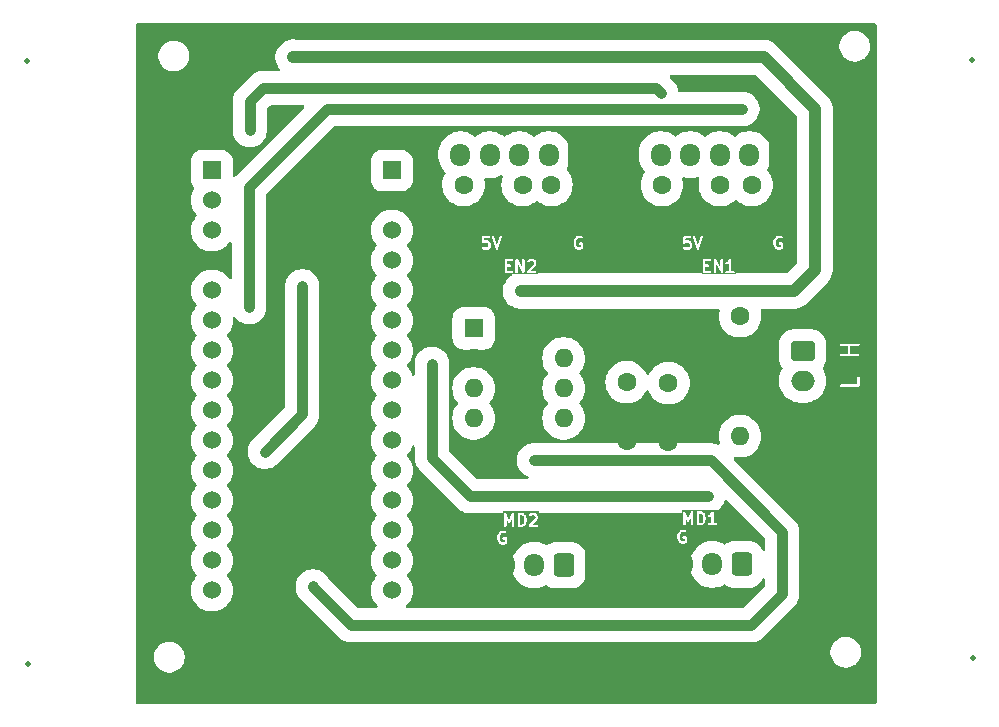
<source format=gbr>
%TF.GenerationSoftware,KiCad,Pcbnew,8.0.4*%
%TF.CreationDate,2024-09-06T02:57:46+09:00*%
%TF.ProjectId,nucleo_can_md2_roricon2,6e75636c-656f-45f6-9361-6e5f6d64325f,rev?*%
%TF.SameCoordinates,Original*%
%TF.FileFunction,Copper,L1,Top*%
%TF.FilePolarity,Positive*%
%FSLAX46Y46*%
G04 Gerber Fmt 4.6, Leading zero omitted, Abs format (unit mm)*
G04 Created by KiCad (PCBNEW 8.0.4) date 2024-09-06 02:57:46*
%MOMM*%
%LPD*%
G01*
G04 APERTURE LIST*
G04 Aperture macros list*
%AMRoundRect*
0 Rectangle with rounded corners*
0 $1 Rounding radius*
0 $2 $3 $4 $5 $6 $7 $8 $9 X,Y pos of 4 corners*
0 Add a 4 corners polygon primitive as box body*
4,1,4,$2,$3,$4,$5,$6,$7,$8,$9,$2,$3,0*
0 Add four circle primitives for the rounded corners*
1,1,$1+$1,$2,$3*
1,1,$1+$1,$4,$5*
1,1,$1+$1,$6,$7*
1,1,$1+$1,$8,$9*
0 Add four rect primitives between the rounded corners*
20,1,$1+$1,$2,$3,$4,$5,0*
20,1,$1+$1,$4,$5,$6,$7,0*
20,1,$1+$1,$6,$7,$8,$9,0*
20,1,$1+$1,$8,$9,$2,$3,0*%
G04 Aperture macros list end*
%ADD10C,0.200000*%
%TA.AperFunction,ComponentPad*%
%ADD11C,1.600000*%
%TD*%
%TA.AperFunction,ComponentPad*%
%ADD12RoundRect,0.250000X-0.750000X0.600000X-0.750000X-0.600000X0.750000X-0.600000X0.750000X0.600000X0*%
%TD*%
%TA.AperFunction,ComponentPad*%
%ADD13O,2.000000X1.700000*%
%TD*%
%TA.AperFunction,SMDPad,CuDef*%
%ADD14C,0.500000*%
%TD*%
%TA.AperFunction,ComponentPad*%
%ADD15RoundRect,0.250000X0.600000X0.725000X-0.600000X0.725000X-0.600000X-0.725000X0.600000X-0.725000X0*%
%TD*%
%TA.AperFunction,ComponentPad*%
%ADD16O,1.700000X1.950000*%
%TD*%
%TA.AperFunction,ComponentPad*%
%ADD17O,1.600000X1.600000*%
%TD*%
%TA.AperFunction,ComponentPad*%
%ADD18RoundRect,0.250000X-0.600000X-0.725000X0.600000X-0.725000X0.600000X0.725000X-0.600000X0.725000X0*%
%TD*%
%TA.AperFunction,ComponentPad*%
%ADD19R,1.530000X1.530000*%
%TD*%
%TA.AperFunction,ComponentPad*%
%ADD20C,1.530000*%
%TD*%
%TA.AperFunction,ComponentPad*%
%ADD21R,1.600000X1.600000*%
%TD*%
%TA.AperFunction,ViaPad*%
%ADD22C,0.600000*%
%TD*%
%TA.AperFunction,Conductor*%
%ADD23C,0.900000*%
%TD*%
%TA.AperFunction,Conductor*%
%ADD24C,1.000000*%
%TD*%
G04 APERTURE END LIST*
D10*
G36*
X153149056Y-84914330D02*
G01*
X152107787Y-84914330D01*
X152107787Y-84131790D01*
X152218898Y-84131790D01*
X152218898Y-84274647D01*
X152219233Y-84278049D01*
X152219016Y-84279508D01*
X152220095Y-84286805D01*
X152220819Y-84294156D01*
X152221383Y-84295519D01*
X152221884Y-84298901D01*
X152269503Y-84489376D01*
X152270016Y-84490813D01*
X152270068Y-84491536D01*
X152273176Y-84499660D01*
X152276098Y-84507837D01*
X152276528Y-84508417D01*
X152277074Y-84509844D01*
X152324693Y-84605082D01*
X152329975Y-84613474D01*
X152330988Y-84615918D01*
X152333244Y-84618667D01*
X152335136Y-84621672D01*
X152337130Y-84623401D01*
X152343425Y-84631071D01*
X152438663Y-84726311D01*
X152453816Y-84738747D01*
X152457135Y-84740122D01*
X152459851Y-84742477D01*
X152477751Y-84750468D01*
X152620608Y-84798087D01*
X152630280Y-84800286D01*
X152632722Y-84801298D01*
X152636259Y-84801646D01*
X152639723Y-84802434D01*
X152642357Y-84802246D01*
X152652231Y-84803219D01*
X152747469Y-84803219D01*
X152757342Y-84802246D01*
X152759976Y-84802434D01*
X152763439Y-84801646D01*
X152766978Y-84801298D01*
X152769420Y-84800286D01*
X152779092Y-84798087D01*
X152921948Y-84750468D01*
X152939849Y-84742477D01*
X152942564Y-84740122D01*
X152945884Y-84738747D01*
X152961037Y-84726310D01*
X153008656Y-84678690D01*
X153021093Y-84663537D01*
X153036024Y-84627488D01*
X153037945Y-84607980D01*
X153037945Y-84274647D01*
X153036024Y-84255138D01*
X153021092Y-84219090D01*
X152993502Y-84191500D01*
X152957454Y-84176568D01*
X152937945Y-84174647D01*
X152747469Y-84174647D01*
X152727960Y-84176568D01*
X152691912Y-84191500D01*
X152664322Y-84219090D01*
X152649390Y-84255138D01*
X152649390Y-84294156D01*
X152664322Y-84330204D01*
X152691912Y-84357794D01*
X152727960Y-84372726D01*
X152747469Y-84374647D01*
X152837945Y-84374647D01*
X152837945Y-84566559D01*
X152836306Y-84568197D01*
X152731242Y-84603219D01*
X152668457Y-84603219D01*
X152563392Y-84568197D01*
X152496322Y-84501127D01*
X152460868Y-84430218D01*
X152418898Y-84262337D01*
X152418898Y-84144100D01*
X152460868Y-83976218D01*
X152496321Y-83905312D01*
X152563393Y-83838240D01*
X152668457Y-83803219D01*
X152771481Y-83803219D01*
X152845604Y-83840281D01*
X152863913Y-83847287D01*
X152902833Y-83850053D01*
X152939849Y-83837714D01*
X152969326Y-83812149D01*
X152986775Y-83777251D01*
X152989540Y-83738331D01*
X152977202Y-83701315D01*
X152951637Y-83671838D01*
X152935047Y-83661395D01*
X152839809Y-83613776D01*
X152821501Y-83606770D01*
X152817917Y-83606515D01*
X152814597Y-83605140D01*
X152795088Y-83603219D01*
X152652231Y-83603219D01*
X152642357Y-83604191D01*
X152639723Y-83604004D01*
X152636259Y-83604791D01*
X152632722Y-83605140D01*
X152630280Y-83606151D01*
X152620608Y-83608351D01*
X152477751Y-83655970D01*
X152459851Y-83663961D01*
X152457135Y-83666316D01*
X152453817Y-83667691D01*
X152438663Y-83680127D01*
X152343425Y-83775365D01*
X152337130Y-83783035D01*
X152335136Y-83784765D01*
X152333242Y-83787772D01*
X152330989Y-83790519D01*
X152329978Y-83792958D01*
X152324693Y-83801355D01*
X152277074Y-83896593D01*
X152276528Y-83898019D01*
X152276098Y-83898600D01*
X152273176Y-83906776D01*
X152270068Y-83914901D01*
X152270016Y-83915623D01*
X152269503Y-83917061D01*
X152221884Y-84107536D01*
X152221383Y-84110917D01*
X152220819Y-84112281D01*
X152220095Y-84119631D01*
X152219016Y-84126929D01*
X152219233Y-84128387D01*
X152218898Y-84131790D01*
X152107787Y-84131790D01*
X152107787Y-83492108D01*
X153149056Y-83492108D01*
X153149056Y-84914330D01*
G37*
G36*
X176602695Y-96567946D02*
G01*
X174571282Y-96567946D01*
X174571282Y-96281770D01*
X174737949Y-96281770D01*
X174737949Y-96320788D01*
X174752881Y-96356836D01*
X174780471Y-96384426D01*
X174816519Y-96399358D01*
X174836028Y-96401279D01*
X176336028Y-96401279D01*
X176355537Y-96399358D01*
X176391585Y-96384426D01*
X176419175Y-96356836D01*
X176434107Y-96320788D01*
X176436028Y-96301279D01*
X176436028Y-95586993D01*
X176434107Y-95567484D01*
X176419175Y-95531436D01*
X176391585Y-95503846D01*
X176355537Y-95488914D01*
X176316519Y-95488914D01*
X176280471Y-95503846D01*
X176252881Y-95531436D01*
X176237949Y-95567484D01*
X176236028Y-95586993D01*
X176236028Y-96201279D01*
X174836028Y-96201279D01*
X174816519Y-96203200D01*
X174780471Y-96218132D01*
X174752881Y-96245722D01*
X174737949Y-96281770D01*
X174571282Y-96281770D01*
X174571282Y-95322247D01*
X176602695Y-95322247D01*
X176602695Y-96567946D01*
G37*
G36*
X146263509Y-84914330D02*
G01*
X144318730Y-84914330D01*
X144318730Y-84189062D01*
X144429841Y-84189062D01*
X144431295Y-84193880D01*
X144431295Y-84198918D01*
X144436891Y-84212427D01*
X144441112Y-84226417D01*
X144444299Y-84230313D01*
X144446227Y-84234966D01*
X144456563Y-84245302D01*
X144465819Y-84256615D01*
X144470256Y-84258995D01*
X144473817Y-84262556D01*
X144487322Y-84268150D01*
X144500203Y-84275060D01*
X144505212Y-84275560D01*
X144509865Y-84277488D01*
X144524486Y-84277488D01*
X144539027Y-84278942D01*
X144543846Y-84277488D01*
X144548883Y-84277488D01*
X144562392Y-84271891D01*
X144576382Y-84267671D01*
X144580278Y-84264483D01*
X144584931Y-84262556D01*
X144600085Y-84250120D01*
X144636228Y-84213975D01*
X144695838Y-84184171D01*
X144886719Y-84184171D01*
X144946328Y-84213976D01*
X144970997Y-84238644D01*
X145000802Y-84298254D01*
X145000802Y-84489135D01*
X144970997Y-84548743D01*
X144946328Y-84573413D01*
X144886719Y-84603219D01*
X144695838Y-84603219D01*
X144636228Y-84573414D01*
X144600085Y-84537270D01*
X144584932Y-84524833D01*
X144548884Y-84509902D01*
X144509866Y-84509901D01*
X144473817Y-84524832D01*
X144446227Y-84552422D01*
X144431296Y-84588470D01*
X144431295Y-84627488D01*
X144446226Y-84663537D01*
X144458663Y-84678690D01*
X144506281Y-84726310D01*
X144513949Y-84732603D01*
X144515681Y-84734600D01*
X144518689Y-84736493D01*
X144521435Y-84738747D01*
X144523875Y-84739757D01*
X144532272Y-84745043D01*
X144627509Y-84792662D01*
X144645818Y-84799668D01*
X144649401Y-84799922D01*
X144652722Y-84801298D01*
X144672231Y-84803219D01*
X144910326Y-84803219D01*
X144929835Y-84801298D01*
X144933155Y-84799922D01*
X144936739Y-84799668D01*
X144955047Y-84792662D01*
X145050285Y-84745043D01*
X145058680Y-84739758D01*
X145061122Y-84738747D01*
X145063869Y-84736491D01*
X145066875Y-84734600D01*
X145068605Y-84732605D01*
X145076275Y-84726310D01*
X145123894Y-84678690D01*
X145130186Y-84671023D01*
X145132183Y-84669292D01*
X145134076Y-84666284D01*
X145136331Y-84663537D01*
X145137342Y-84661095D01*
X145142626Y-84652701D01*
X145190245Y-84557464D01*
X145197251Y-84539155D01*
X145197505Y-84535571D01*
X145198881Y-84532251D01*
X145200802Y-84512742D01*
X145200802Y-84274647D01*
X145198881Y-84255138D01*
X145197505Y-84251817D01*
X145197251Y-84248234D01*
X145190245Y-84229925D01*
X145142626Y-84134688D01*
X145137340Y-84126291D01*
X145136330Y-84123851D01*
X145134076Y-84121105D01*
X145132183Y-84118097D01*
X145130185Y-84116364D01*
X145123893Y-84108698D01*
X145076275Y-84061079D01*
X145068604Y-84054784D01*
X145066875Y-84052790D01*
X145063867Y-84050896D01*
X145061121Y-84048643D01*
X145058681Y-84047632D01*
X145050285Y-84042347D01*
X144955047Y-83994728D01*
X144936739Y-83987722D01*
X144933155Y-83987467D01*
X144929835Y-83986092D01*
X144910326Y-83984171D01*
X144672231Y-83984171D01*
X144652722Y-83986092D01*
X144649401Y-83987467D01*
X144649064Y-83987491D01*
X144667492Y-83803219D01*
X145053183Y-83803219D01*
X145072692Y-83801298D01*
X145108740Y-83786366D01*
X145136330Y-83758776D01*
X145151262Y-83722728D01*
X145151262Y-83715726D01*
X145287302Y-83715726D01*
X145291649Y-83734842D01*
X145624982Y-84734841D01*
X145632973Y-84752742D01*
X145637656Y-84758141D01*
X145640851Y-84764531D01*
X145650322Y-84772746D01*
X145658538Y-84782218D01*
X145664926Y-84785412D01*
X145670327Y-84790096D01*
X145682228Y-84794063D01*
X145693437Y-84799667D01*
X145700561Y-84800173D01*
X145707343Y-84802434D01*
X145719852Y-84801544D01*
X145732357Y-84802434D01*
X145739135Y-84800174D01*
X145746263Y-84799668D01*
X145757479Y-84794059D01*
X145769373Y-84790095D01*
X145774770Y-84785414D01*
X145781162Y-84782218D01*
X145789380Y-84772742D01*
X145798849Y-84764530D01*
X145802042Y-84758143D01*
X145806727Y-84752742D01*
X145814718Y-84734842D01*
X146148051Y-83734842D01*
X146152398Y-83715727D01*
X146149632Y-83676807D01*
X146132182Y-83641908D01*
X146102706Y-83616343D01*
X146065690Y-83604004D01*
X146026770Y-83606771D01*
X145991871Y-83624220D01*
X145966306Y-83653696D01*
X145958315Y-83671597D01*
X145719850Y-84386991D01*
X145481385Y-83671596D01*
X145473394Y-83653696D01*
X145447829Y-83624220D01*
X145412930Y-83606770D01*
X145374010Y-83604004D01*
X145336994Y-83616342D01*
X145307518Y-83641907D01*
X145290068Y-83676806D01*
X145287302Y-83715726D01*
X145151262Y-83715726D01*
X145151262Y-83683710D01*
X145136330Y-83647662D01*
X145108740Y-83620072D01*
X145072692Y-83605140D01*
X145053183Y-83603219D01*
X144576993Y-83603219D01*
X144569776Y-83603929D01*
X144567340Y-83603686D01*
X144564961Y-83604403D01*
X144557484Y-83605140D01*
X144543974Y-83610736D01*
X144529985Y-83614957D01*
X144526088Y-83618144D01*
X144521436Y-83620072D01*
X144511099Y-83630408D01*
X144499787Y-83639664D01*
X144497406Y-83644101D01*
X144493846Y-83647662D01*
X144488251Y-83661167D01*
X144481342Y-83674048D01*
X144479865Y-83681412D01*
X144478914Y-83683710D01*
X144478914Y-83686160D01*
X144477489Y-83693269D01*
X144429870Y-84169459D01*
X144429841Y-84189062D01*
X144318730Y-84189062D01*
X144318730Y-83492108D01*
X146263509Y-83492108D01*
X146263509Y-84914330D01*
G37*
G36*
X149176974Y-86878330D02*
G01*
X146278562Y-86878330D01*
X146278562Y-85667219D01*
X146389673Y-85667219D01*
X146389673Y-86667219D01*
X146391594Y-86686728D01*
X146406526Y-86722776D01*
X146434116Y-86750366D01*
X146470164Y-86765298D01*
X146489673Y-86767219D01*
X146965863Y-86767219D01*
X146985372Y-86765298D01*
X147021420Y-86750366D01*
X147049010Y-86722776D01*
X147063942Y-86686728D01*
X147063942Y-86647710D01*
X147049010Y-86611662D01*
X147021420Y-86584072D01*
X146985372Y-86569140D01*
X146965863Y-86567219D01*
X146589673Y-86567219D01*
X146589673Y-86243409D01*
X146823006Y-86243409D01*
X146842515Y-86241488D01*
X146878563Y-86226556D01*
X146906153Y-86198966D01*
X146921085Y-86162918D01*
X146921085Y-86123900D01*
X146906153Y-86087852D01*
X146878563Y-86060262D01*
X146842515Y-86045330D01*
X146823006Y-86043409D01*
X146589673Y-86043409D01*
X146589673Y-85767219D01*
X146965863Y-85767219D01*
X146985372Y-85765298D01*
X147021420Y-85750366D01*
X147049010Y-85722776D01*
X147063942Y-85686728D01*
X147063942Y-85667219D01*
X147294435Y-85667219D01*
X147294435Y-86667219D01*
X147296356Y-86686728D01*
X147311288Y-86722776D01*
X147338878Y-86750366D01*
X147374926Y-86765298D01*
X147413944Y-86765298D01*
X147449992Y-86750366D01*
X147477582Y-86722776D01*
X147492514Y-86686728D01*
X147494435Y-86667219D01*
X147494435Y-86043775D01*
X147879039Y-86716833D01*
X147881957Y-86720943D01*
X147882716Y-86722776D01*
X147884582Y-86724642D01*
X147890386Y-86732818D01*
X147900902Y-86740962D01*
X147910306Y-86750366D01*
X147916193Y-86752804D01*
X147921235Y-86756709D01*
X147934067Y-86760208D01*
X147946354Y-86765298D01*
X147952730Y-86765298D01*
X147958879Y-86766975D01*
X147972072Y-86765298D01*
X147985372Y-86765298D01*
X147991260Y-86762858D01*
X147997585Y-86762055D01*
X148009134Y-86755454D01*
X148021420Y-86750366D01*
X148025927Y-86745858D01*
X148031462Y-86742696D01*
X148039606Y-86732179D01*
X148049010Y-86722776D01*
X148051448Y-86716888D01*
X148055353Y-86711847D01*
X148058852Y-86699014D01*
X148063942Y-86686728D01*
X148064924Y-86676750D01*
X148065619Y-86674204D01*
X148065368Y-86672236D01*
X148065863Y-86667219D01*
X148065863Y-86647710D01*
X148248737Y-86647710D01*
X148248737Y-86686728D01*
X148263669Y-86722776D01*
X148291259Y-86750366D01*
X148327307Y-86765298D01*
X148346816Y-86767219D01*
X148965863Y-86767219D01*
X148985372Y-86765298D01*
X149021420Y-86750366D01*
X149049010Y-86722776D01*
X149063942Y-86686728D01*
X149063942Y-86647710D01*
X149049010Y-86611662D01*
X149021420Y-86584072D01*
X148985372Y-86569140D01*
X148965863Y-86567219D01*
X148588238Y-86567219D01*
X148988955Y-86166501D01*
X149001391Y-86151347D01*
X149002765Y-86148028D01*
X149005121Y-86145313D01*
X149013112Y-86127413D01*
X149060731Y-85984556D01*
X149062930Y-85974883D01*
X149063942Y-85972442D01*
X149064290Y-85968904D01*
X149065078Y-85965441D01*
X149064890Y-85962806D01*
X149065863Y-85952933D01*
X149065863Y-85857695D01*
X149063942Y-85838186D01*
X149062566Y-85834865D01*
X149062312Y-85831282D01*
X149055306Y-85812973D01*
X149007687Y-85717736D01*
X149002401Y-85709339D01*
X149001391Y-85706899D01*
X148999137Y-85704153D01*
X148997244Y-85701145D01*
X148995246Y-85699412D01*
X148988954Y-85691746D01*
X148941336Y-85644127D01*
X148933665Y-85637832D01*
X148931936Y-85635838D01*
X148928928Y-85633944D01*
X148926182Y-85631691D01*
X148923742Y-85630680D01*
X148915346Y-85625395D01*
X148820108Y-85577776D01*
X148801800Y-85570770D01*
X148798216Y-85570515D01*
X148794896Y-85569140D01*
X148775387Y-85567219D01*
X148537292Y-85567219D01*
X148517783Y-85569140D01*
X148514462Y-85570515D01*
X148510879Y-85570770D01*
X148492570Y-85577776D01*
X148397333Y-85625395D01*
X148388936Y-85630680D01*
X148386496Y-85631691D01*
X148383750Y-85633944D01*
X148380742Y-85635838D01*
X148379009Y-85637835D01*
X148371343Y-85644128D01*
X148323724Y-85691746D01*
X148311288Y-85706900D01*
X148296356Y-85742948D01*
X148296356Y-85781966D01*
X148311288Y-85818014D01*
X148338878Y-85845604D01*
X148374926Y-85860536D01*
X148413944Y-85860536D01*
X148449992Y-85845604D01*
X148465146Y-85833168D01*
X148501289Y-85797023D01*
X148560899Y-85767219D01*
X148751780Y-85767219D01*
X148811389Y-85797024D01*
X148836058Y-85821692D01*
X148865863Y-85881302D01*
X148865863Y-85936706D01*
X148830841Y-86041770D01*
X148276105Y-86596508D01*
X148263669Y-86611662D01*
X148248737Y-86647710D01*
X148065863Y-86647710D01*
X148065863Y-85667219D01*
X148063942Y-85647710D01*
X148049010Y-85611662D01*
X148021420Y-85584072D01*
X147985372Y-85569140D01*
X147946354Y-85569140D01*
X147910306Y-85584072D01*
X147882716Y-85611662D01*
X147867784Y-85647710D01*
X147865863Y-85667219D01*
X147865863Y-86290662D01*
X147481259Y-85617605D01*
X147478340Y-85613494D01*
X147477582Y-85611662D01*
X147475715Y-85609795D01*
X147469912Y-85601620D01*
X147459397Y-85593477D01*
X147449992Y-85584072D01*
X147444101Y-85581632D01*
X147439063Y-85577730D01*
X147426234Y-85574231D01*
X147413944Y-85569140D01*
X147407569Y-85569140D01*
X147401420Y-85567463D01*
X147388227Y-85569140D01*
X147374926Y-85569140D01*
X147369037Y-85571579D01*
X147362713Y-85572383D01*
X147351163Y-85578983D01*
X147338878Y-85584072D01*
X147334370Y-85588579D01*
X147328836Y-85591742D01*
X147320693Y-85602256D01*
X147311288Y-85611662D01*
X147308848Y-85617552D01*
X147304946Y-85622591D01*
X147301447Y-85635419D01*
X147296356Y-85647710D01*
X147295373Y-85657687D01*
X147294679Y-85660234D01*
X147294929Y-85662201D01*
X147294435Y-85667219D01*
X147063942Y-85667219D01*
X147063942Y-85647710D01*
X147049010Y-85611662D01*
X147021420Y-85584072D01*
X146985372Y-85569140D01*
X146965863Y-85567219D01*
X146489673Y-85567219D01*
X146470164Y-85569140D01*
X146434116Y-85584072D01*
X146406526Y-85611662D01*
X146391594Y-85647710D01*
X146389673Y-85667219D01*
X146278562Y-85667219D01*
X146278562Y-85456108D01*
X149176974Y-85456108D01*
X149176974Y-86878330D01*
G37*
G36*
X163305509Y-84914330D02*
G01*
X161360730Y-84914330D01*
X161360730Y-84189062D01*
X161471841Y-84189062D01*
X161473295Y-84193880D01*
X161473295Y-84198918D01*
X161478891Y-84212427D01*
X161483112Y-84226417D01*
X161486299Y-84230313D01*
X161488227Y-84234966D01*
X161498563Y-84245302D01*
X161507819Y-84256615D01*
X161512256Y-84258995D01*
X161515817Y-84262556D01*
X161529322Y-84268150D01*
X161542203Y-84275060D01*
X161547212Y-84275560D01*
X161551865Y-84277488D01*
X161566486Y-84277488D01*
X161581027Y-84278942D01*
X161585846Y-84277488D01*
X161590883Y-84277488D01*
X161604392Y-84271891D01*
X161618382Y-84267671D01*
X161622278Y-84264483D01*
X161626931Y-84262556D01*
X161642085Y-84250120D01*
X161678228Y-84213975D01*
X161737838Y-84184171D01*
X161928719Y-84184171D01*
X161988328Y-84213976D01*
X162012997Y-84238644D01*
X162042802Y-84298254D01*
X162042802Y-84489135D01*
X162012997Y-84548743D01*
X161988328Y-84573413D01*
X161928719Y-84603219D01*
X161737838Y-84603219D01*
X161678228Y-84573414D01*
X161642085Y-84537270D01*
X161626932Y-84524833D01*
X161590884Y-84509902D01*
X161551866Y-84509901D01*
X161515817Y-84524832D01*
X161488227Y-84552422D01*
X161473296Y-84588470D01*
X161473295Y-84627488D01*
X161488226Y-84663537D01*
X161500663Y-84678690D01*
X161548281Y-84726310D01*
X161555949Y-84732603D01*
X161557681Y-84734600D01*
X161560689Y-84736493D01*
X161563435Y-84738747D01*
X161565875Y-84739757D01*
X161574272Y-84745043D01*
X161669509Y-84792662D01*
X161687818Y-84799668D01*
X161691401Y-84799922D01*
X161694722Y-84801298D01*
X161714231Y-84803219D01*
X161952326Y-84803219D01*
X161971835Y-84801298D01*
X161975155Y-84799922D01*
X161978739Y-84799668D01*
X161997047Y-84792662D01*
X162092285Y-84745043D01*
X162100680Y-84739758D01*
X162103122Y-84738747D01*
X162105869Y-84736491D01*
X162108875Y-84734600D01*
X162110605Y-84732605D01*
X162118275Y-84726310D01*
X162165894Y-84678690D01*
X162172186Y-84671023D01*
X162174183Y-84669292D01*
X162176076Y-84666284D01*
X162178331Y-84663537D01*
X162179342Y-84661095D01*
X162184626Y-84652701D01*
X162232245Y-84557464D01*
X162239251Y-84539155D01*
X162239505Y-84535571D01*
X162240881Y-84532251D01*
X162242802Y-84512742D01*
X162242802Y-84274647D01*
X162240881Y-84255138D01*
X162239505Y-84251817D01*
X162239251Y-84248234D01*
X162232245Y-84229925D01*
X162184626Y-84134688D01*
X162179340Y-84126291D01*
X162178330Y-84123851D01*
X162176076Y-84121105D01*
X162174183Y-84118097D01*
X162172185Y-84116364D01*
X162165893Y-84108698D01*
X162118275Y-84061079D01*
X162110604Y-84054784D01*
X162108875Y-84052790D01*
X162105867Y-84050896D01*
X162103121Y-84048643D01*
X162100681Y-84047632D01*
X162092285Y-84042347D01*
X161997047Y-83994728D01*
X161978739Y-83987722D01*
X161975155Y-83987467D01*
X161971835Y-83986092D01*
X161952326Y-83984171D01*
X161714231Y-83984171D01*
X161694722Y-83986092D01*
X161691401Y-83987467D01*
X161691064Y-83987491D01*
X161709492Y-83803219D01*
X162095183Y-83803219D01*
X162114692Y-83801298D01*
X162150740Y-83786366D01*
X162178330Y-83758776D01*
X162193262Y-83722728D01*
X162193262Y-83715726D01*
X162329302Y-83715726D01*
X162333649Y-83734842D01*
X162666982Y-84734841D01*
X162674973Y-84752742D01*
X162679656Y-84758141D01*
X162682851Y-84764531D01*
X162692322Y-84772746D01*
X162700538Y-84782218D01*
X162706926Y-84785412D01*
X162712327Y-84790096D01*
X162724228Y-84794063D01*
X162735437Y-84799667D01*
X162742561Y-84800173D01*
X162749343Y-84802434D01*
X162761852Y-84801544D01*
X162774357Y-84802434D01*
X162781135Y-84800174D01*
X162788263Y-84799668D01*
X162799479Y-84794059D01*
X162811373Y-84790095D01*
X162816770Y-84785414D01*
X162823162Y-84782218D01*
X162831380Y-84772742D01*
X162840849Y-84764530D01*
X162844042Y-84758143D01*
X162848727Y-84752742D01*
X162856718Y-84734842D01*
X163190051Y-83734842D01*
X163194398Y-83715727D01*
X163191632Y-83676807D01*
X163174182Y-83641908D01*
X163144706Y-83616343D01*
X163107690Y-83604004D01*
X163068770Y-83606771D01*
X163033871Y-83624220D01*
X163008306Y-83653696D01*
X163000315Y-83671597D01*
X162761850Y-84386991D01*
X162523385Y-83671596D01*
X162515394Y-83653696D01*
X162489829Y-83624220D01*
X162454930Y-83606770D01*
X162416010Y-83604004D01*
X162378994Y-83616342D01*
X162349518Y-83641907D01*
X162332068Y-83676806D01*
X162329302Y-83715726D01*
X162193262Y-83715726D01*
X162193262Y-83683710D01*
X162178330Y-83647662D01*
X162150740Y-83620072D01*
X162114692Y-83605140D01*
X162095183Y-83603219D01*
X161618993Y-83603219D01*
X161611776Y-83603929D01*
X161609340Y-83603686D01*
X161606961Y-83604403D01*
X161599484Y-83605140D01*
X161585974Y-83610736D01*
X161571985Y-83614957D01*
X161568088Y-83618144D01*
X161563436Y-83620072D01*
X161553099Y-83630408D01*
X161541787Y-83639664D01*
X161539406Y-83644101D01*
X161535846Y-83647662D01*
X161530251Y-83661167D01*
X161523342Y-83674048D01*
X161521865Y-83681412D01*
X161520914Y-83683710D01*
X161520914Y-83686160D01*
X161519489Y-83693269D01*
X161471870Y-84169459D01*
X161471841Y-84189062D01*
X161360730Y-84189062D01*
X161360730Y-83492108D01*
X163305509Y-83492108D01*
X163305509Y-84914330D01*
G37*
G36*
X147909462Y-107302240D02*
G01*
X147976535Y-107369313D01*
X148011987Y-107440218D01*
X148053958Y-107608099D01*
X148053958Y-107726337D01*
X148011987Y-107894218D01*
X147976534Y-107965124D01*
X147909463Y-108032197D01*
X147804398Y-108067219D01*
X147682530Y-108067219D01*
X147682530Y-107267219D01*
X147804398Y-107267219D01*
X147909462Y-107302240D01*
G37*
G36*
X149317450Y-108378330D02*
G01*
X146228562Y-108378330D01*
X146228562Y-107167219D01*
X146339673Y-107167219D01*
X146339673Y-108167219D01*
X146341594Y-108186728D01*
X146356526Y-108222776D01*
X146384116Y-108250366D01*
X146420164Y-108265298D01*
X146459182Y-108265298D01*
X146495230Y-108250366D01*
X146522820Y-108222776D01*
X146537752Y-108186728D01*
X146539673Y-108167219D01*
X146539673Y-107617975D01*
X146682388Y-107923793D01*
X146686620Y-107930938D01*
X146687500Y-107933356D01*
X146689065Y-107935065D01*
X146692379Y-107940659D01*
X146703589Y-107950925D01*
X146713851Y-107962131D01*
X146717876Y-107964009D01*
X146721154Y-107967011D01*
X146735436Y-107972204D01*
X146749209Y-107978632D01*
X146753648Y-107978827D01*
X146757823Y-107980345D01*
X146773006Y-107979677D01*
X146788189Y-107980345D01*
X146792362Y-107978827D01*
X146796804Y-107978632D01*
X146810588Y-107972199D01*
X146824858Y-107967010D01*
X146828131Y-107964012D01*
X146832161Y-107962132D01*
X146842430Y-107950917D01*
X146853633Y-107940659D01*
X146856944Y-107935068D01*
X146858513Y-107933356D01*
X146859393Y-107930934D01*
X146863624Y-107923793D01*
X147006339Y-107617974D01*
X147006339Y-108167219D01*
X147008260Y-108186728D01*
X147023192Y-108222776D01*
X147050782Y-108250366D01*
X147086830Y-108265298D01*
X147125848Y-108265298D01*
X147161896Y-108250366D01*
X147189486Y-108222776D01*
X147204418Y-108186728D01*
X147206339Y-108167219D01*
X147206339Y-107167219D01*
X147482530Y-107167219D01*
X147482530Y-108167219D01*
X147484451Y-108186728D01*
X147499383Y-108222776D01*
X147526973Y-108250366D01*
X147563021Y-108265298D01*
X147582530Y-108267219D01*
X147820625Y-108267219D01*
X147830498Y-108266246D01*
X147833132Y-108266434D01*
X147836595Y-108265646D01*
X147840134Y-108265298D01*
X147842576Y-108264286D01*
X147852248Y-108262087D01*
X147995104Y-108214468D01*
X148013005Y-108206477D01*
X148015720Y-108204122D01*
X148019040Y-108202747D01*
X148034193Y-108190310D01*
X148076793Y-108147710D01*
X148389213Y-108147710D01*
X148389213Y-108186728D01*
X148404145Y-108222776D01*
X148431735Y-108250366D01*
X148467783Y-108265298D01*
X148487292Y-108267219D01*
X149106339Y-108267219D01*
X149125848Y-108265298D01*
X149161896Y-108250366D01*
X149189486Y-108222776D01*
X149204418Y-108186728D01*
X149204418Y-108147710D01*
X149189486Y-108111662D01*
X149161896Y-108084072D01*
X149125848Y-108069140D01*
X149106339Y-108067219D01*
X148728714Y-108067219D01*
X149129431Y-107666501D01*
X149141867Y-107651347D01*
X149143241Y-107648028D01*
X149145597Y-107645313D01*
X149153588Y-107627413D01*
X149201207Y-107484556D01*
X149203406Y-107474883D01*
X149204418Y-107472442D01*
X149204766Y-107468904D01*
X149205554Y-107465441D01*
X149205366Y-107462806D01*
X149206339Y-107452933D01*
X149206339Y-107357695D01*
X149204418Y-107338186D01*
X149203042Y-107334865D01*
X149202788Y-107331282D01*
X149195782Y-107312973D01*
X149148163Y-107217736D01*
X149142877Y-107209339D01*
X149141867Y-107206899D01*
X149139613Y-107204153D01*
X149137720Y-107201145D01*
X149135722Y-107199412D01*
X149129430Y-107191746D01*
X149081812Y-107144127D01*
X149074141Y-107137832D01*
X149072412Y-107135838D01*
X149069404Y-107133944D01*
X149066658Y-107131691D01*
X149064218Y-107130680D01*
X149055822Y-107125395D01*
X148960584Y-107077776D01*
X148942276Y-107070770D01*
X148938692Y-107070515D01*
X148935372Y-107069140D01*
X148915863Y-107067219D01*
X148677768Y-107067219D01*
X148658259Y-107069140D01*
X148654938Y-107070515D01*
X148651355Y-107070770D01*
X148633046Y-107077776D01*
X148537809Y-107125395D01*
X148529412Y-107130680D01*
X148526972Y-107131691D01*
X148524226Y-107133944D01*
X148521218Y-107135838D01*
X148519485Y-107137835D01*
X148511819Y-107144128D01*
X148464200Y-107191746D01*
X148451764Y-107206900D01*
X148436832Y-107242948D01*
X148436832Y-107281966D01*
X148451764Y-107318014D01*
X148479354Y-107345604D01*
X148515402Y-107360536D01*
X148554420Y-107360536D01*
X148590468Y-107345604D01*
X148605622Y-107333168D01*
X148641765Y-107297023D01*
X148701375Y-107267219D01*
X148892256Y-107267219D01*
X148951865Y-107297024D01*
X148976534Y-107321692D01*
X149006339Y-107381302D01*
X149006339Y-107436706D01*
X148971317Y-107541770D01*
X148416581Y-108096508D01*
X148404145Y-108111662D01*
X148389213Y-108147710D01*
X148076793Y-108147710D01*
X148129431Y-108095071D01*
X148135723Y-108087404D01*
X148137720Y-108085673D01*
X148139613Y-108082665D01*
X148141868Y-108079918D01*
X148142879Y-108077476D01*
X148148163Y-108069082D01*
X148195782Y-107973845D01*
X148196328Y-107972416D01*
X148196758Y-107971837D01*
X148199679Y-107963660D01*
X148202788Y-107955536D01*
X148202839Y-107954815D01*
X148203353Y-107953377D01*
X148250972Y-107762901D01*
X148251472Y-107759519D01*
X148252037Y-107758156D01*
X148252760Y-107750805D01*
X148253840Y-107743508D01*
X148253622Y-107742049D01*
X148253958Y-107738647D01*
X148253958Y-107595790D01*
X148253622Y-107592387D01*
X148253840Y-107590929D01*
X148252760Y-107583631D01*
X148252037Y-107576281D01*
X148251472Y-107574917D01*
X148250972Y-107571536D01*
X148203353Y-107381060D01*
X148202839Y-107379621D01*
X148202788Y-107378901D01*
X148199679Y-107370776D01*
X148196758Y-107362600D01*
X148196328Y-107362020D01*
X148195782Y-107360592D01*
X148148163Y-107265355D01*
X148142876Y-107256956D01*
X148141867Y-107254519D01*
X148139615Y-107251775D01*
X148137720Y-107248764D01*
X148135722Y-107247031D01*
X148129431Y-107239365D01*
X148034193Y-107144127D01*
X148019039Y-107131691D01*
X148015720Y-107130316D01*
X148013005Y-107127961D01*
X147995104Y-107119970D01*
X147852248Y-107072351D01*
X147842576Y-107070151D01*
X147840134Y-107069140D01*
X147836595Y-107068791D01*
X147833132Y-107068004D01*
X147830498Y-107068191D01*
X147820625Y-107067219D01*
X147582530Y-107067219D01*
X147563021Y-107069140D01*
X147526973Y-107084072D01*
X147499383Y-107111662D01*
X147484451Y-107147710D01*
X147482530Y-107167219D01*
X147206339Y-107167219D01*
X147205076Y-107154395D01*
X147205180Y-107152036D01*
X147204719Y-107150768D01*
X147204418Y-107147710D01*
X147197777Y-107131679D01*
X147191846Y-107115367D01*
X147190339Y-107113721D01*
X147189486Y-107111662D01*
X147177224Y-107099400D01*
X147165494Y-107086591D01*
X147163470Y-107085646D01*
X147161896Y-107084072D01*
X147145880Y-107077437D01*
X147130137Y-107070091D01*
X147127907Y-107069993D01*
X147125848Y-107069140D01*
X147108496Y-107069140D01*
X147091156Y-107068378D01*
X147089060Y-107069140D01*
X147086830Y-107069140D01*
X147070799Y-107075780D01*
X147054487Y-107081712D01*
X147052841Y-107083218D01*
X147050782Y-107084072D01*
X147038514Y-107096339D01*
X147025712Y-107108064D01*
X147024145Y-107110708D01*
X147023192Y-107111662D01*
X147022288Y-107113843D01*
X147015721Y-107124930D01*
X146773005Y-107645033D01*
X146530291Y-107124930D01*
X146523723Y-107113843D01*
X146522820Y-107111662D01*
X146521866Y-107110708D01*
X146520300Y-107108064D01*
X146507503Y-107096345D01*
X146495230Y-107084072D01*
X146493168Y-107083218D01*
X146491525Y-107081713D01*
X146475223Y-107075784D01*
X146459182Y-107069140D01*
X146456951Y-107069140D01*
X146454856Y-107068378D01*
X146437516Y-107069140D01*
X146420164Y-107069140D01*
X146418104Y-107069993D01*
X146415876Y-107070091D01*
X146400145Y-107077432D01*
X146384116Y-107084072D01*
X146382539Y-107085648D01*
X146380518Y-107086592D01*
X146368799Y-107099388D01*
X146356526Y-107111662D01*
X146355672Y-107113723D01*
X146354167Y-107115367D01*
X146348238Y-107131668D01*
X146341594Y-107147710D01*
X146341292Y-107150768D01*
X146340832Y-107152036D01*
X146340935Y-107154395D01*
X146339673Y-107167219D01*
X146228562Y-107167219D01*
X146228562Y-106956108D01*
X149317450Y-106956108D01*
X149317450Y-108378330D01*
G37*
G36*
X165955053Y-86878330D02*
G01*
X163058562Y-86878330D01*
X163058562Y-85667219D01*
X163169673Y-85667219D01*
X163169673Y-86667219D01*
X163171594Y-86686728D01*
X163186526Y-86722776D01*
X163214116Y-86750366D01*
X163250164Y-86765298D01*
X163269673Y-86767219D01*
X163745863Y-86767219D01*
X163765372Y-86765298D01*
X163801420Y-86750366D01*
X163829010Y-86722776D01*
X163843942Y-86686728D01*
X163843942Y-86647710D01*
X163829010Y-86611662D01*
X163801420Y-86584072D01*
X163765372Y-86569140D01*
X163745863Y-86567219D01*
X163369673Y-86567219D01*
X163369673Y-86243409D01*
X163603006Y-86243409D01*
X163622515Y-86241488D01*
X163658563Y-86226556D01*
X163686153Y-86198966D01*
X163701085Y-86162918D01*
X163701085Y-86123900D01*
X163686153Y-86087852D01*
X163658563Y-86060262D01*
X163622515Y-86045330D01*
X163603006Y-86043409D01*
X163369673Y-86043409D01*
X163369673Y-85767219D01*
X163745863Y-85767219D01*
X163765372Y-85765298D01*
X163801420Y-85750366D01*
X163829010Y-85722776D01*
X163843942Y-85686728D01*
X163843942Y-85667219D01*
X164074435Y-85667219D01*
X164074435Y-86667219D01*
X164076356Y-86686728D01*
X164091288Y-86722776D01*
X164118878Y-86750366D01*
X164154926Y-86765298D01*
X164193944Y-86765298D01*
X164229992Y-86750366D01*
X164257582Y-86722776D01*
X164272514Y-86686728D01*
X164274435Y-86667219D01*
X164274435Y-86043775D01*
X164659039Y-86716833D01*
X164661957Y-86720943D01*
X164662716Y-86722776D01*
X164664582Y-86724642D01*
X164670386Y-86732818D01*
X164680902Y-86740962D01*
X164690306Y-86750366D01*
X164696193Y-86752804D01*
X164701235Y-86756709D01*
X164714067Y-86760208D01*
X164726354Y-86765298D01*
X164732730Y-86765298D01*
X164738879Y-86766975D01*
X164752072Y-86765298D01*
X164765372Y-86765298D01*
X164771260Y-86762858D01*
X164777585Y-86762055D01*
X164789134Y-86755454D01*
X164801420Y-86750366D01*
X164805927Y-86745858D01*
X164811462Y-86742696D01*
X164819606Y-86732179D01*
X164829010Y-86722776D01*
X164831448Y-86716888D01*
X164835353Y-86711847D01*
X164838852Y-86699014D01*
X164843942Y-86686728D01*
X164844924Y-86676750D01*
X164845619Y-86674204D01*
X164845368Y-86672236D01*
X164845863Y-86667219D01*
X164845863Y-85940426D01*
X165075220Y-85940426D01*
X165077986Y-85979346D01*
X165095435Y-86014245D01*
X165124912Y-86039809D01*
X165161928Y-86052148D01*
X165200848Y-86049382D01*
X165219156Y-86042376D01*
X165314394Y-85994757D01*
X165322790Y-85989471D01*
X165325230Y-85988461D01*
X165327976Y-85986207D01*
X165330984Y-85984314D01*
X165332713Y-85982319D01*
X165340384Y-85976025D01*
X165360149Y-85956260D01*
X165360149Y-86567219D01*
X165174435Y-86567219D01*
X165154926Y-86569140D01*
X165118878Y-86584072D01*
X165091288Y-86611662D01*
X165076356Y-86647710D01*
X165076356Y-86686728D01*
X165091288Y-86722776D01*
X165118878Y-86750366D01*
X165154926Y-86765298D01*
X165174435Y-86767219D01*
X165745863Y-86767219D01*
X165765372Y-86765298D01*
X165801420Y-86750366D01*
X165829010Y-86722776D01*
X165843942Y-86686728D01*
X165843942Y-86647710D01*
X165829010Y-86611662D01*
X165801420Y-86584072D01*
X165765372Y-86569140D01*
X165745863Y-86567219D01*
X165560149Y-86567219D01*
X165560149Y-85667219D01*
X165560142Y-85667148D01*
X165560149Y-85667114D01*
X165560128Y-85667012D01*
X165558228Y-85647710D01*
X165554438Y-85638561D01*
X165552497Y-85628854D01*
X165547045Y-85620713D01*
X165543296Y-85611662D01*
X165536296Y-85604662D01*
X165530786Y-85596434D01*
X165522631Y-85590997D01*
X165515706Y-85584072D01*
X165506562Y-85580284D01*
X165498321Y-85574790D01*
X165488707Y-85572888D01*
X165479658Y-85569140D01*
X165469757Y-85569140D01*
X165460045Y-85567219D01*
X165450440Y-85569140D01*
X165440640Y-85569140D01*
X165431491Y-85572929D01*
X165421784Y-85574871D01*
X165413643Y-85580322D01*
X165404592Y-85584072D01*
X165397592Y-85591071D01*
X165389364Y-85596582D01*
X165377075Y-85611588D01*
X165377002Y-85611662D01*
X165376988Y-85611694D01*
X165376944Y-85611749D01*
X165287200Y-85746365D01*
X165210436Y-85823128D01*
X165129714Y-85863490D01*
X165113123Y-85873933D01*
X165087559Y-85903410D01*
X165075220Y-85940426D01*
X164845863Y-85940426D01*
X164845863Y-85667219D01*
X164843942Y-85647710D01*
X164829010Y-85611662D01*
X164801420Y-85584072D01*
X164765372Y-85569140D01*
X164726354Y-85569140D01*
X164690306Y-85584072D01*
X164662716Y-85611662D01*
X164647784Y-85647710D01*
X164645863Y-85667219D01*
X164645863Y-86290662D01*
X164261259Y-85617605D01*
X164258340Y-85613494D01*
X164257582Y-85611662D01*
X164255715Y-85609795D01*
X164249912Y-85601620D01*
X164239397Y-85593477D01*
X164229992Y-85584072D01*
X164224101Y-85581632D01*
X164219063Y-85577730D01*
X164206234Y-85574231D01*
X164193944Y-85569140D01*
X164187569Y-85569140D01*
X164181420Y-85567463D01*
X164168227Y-85569140D01*
X164154926Y-85569140D01*
X164149037Y-85571579D01*
X164142713Y-85572383D01*
X164131163Y-85578983D01*
X164118878Y-85584072D01*
X164114370Y-85588579D01*
X164108836Y-85591742D01*
X164100693Y-85602256D01*
X164091288Y-85611662D01*
X164088848Y-85617552D01*
X164084946Y-85622591D01*
X164081447Y-85635419D01*
X164076356Y-85647710D01*
X164075373Y-85657687D01*
X164074679Y-85660234D01*
X164074929Y-85662201D01*
X164074435Y-85667219D01*
X163843942Y-85667219D01*
X163843942Y-85647710D01*
X163829010Y-85611662D01*
X163801420Y-85584072D01*
X163765372Y-85569140D01*
X163745863Y-85567219D01*
X163269673Y-85567219D01*
X163250164Y-85569140D01*
X163214116Y-85584072D01*
X163186526Y-85611662D01*
X163171594Y-85647710D01*
X163169673Y-85667219D01*
X163058562Y-85667219D01*
X163058562Y-85456108D01*
X165955053Y-85456108D01*
X165955053Y-86878330D01*
G37*
G36*
X161934212Y-109806330D02*
G01*
X160892943Y-109806330D01*
X160892943Y-109023790D01*
X161004054Y-109023790D01*
X161004054Y-109166647D01*
X161004389Y-109170049D01*
X161004172Y-109171508D01*
X161005251Y-109178805D01*
X161005975Y-109186156D01*
X161006539Y-109187519D01*
X161007040Y-109190901D01*
X161054659Y-109381376D01*
X161055172Y-109382813D01*
X161055224Y-109383536D01*
X161058332Y-109391660D01*
X161061254Y-109399837D01*
X161061684Y-109400417D01*
X161062230Y-109401844D01*
X161109849Y-109497082D01*
X161115131Y-109505474D01*
X161116144Y-109507918D01*
X161118400Y-109510667D01*
X161120292Y-109513672D01*
X161122286Y-109515401D01*
X161128581Y-109523071D01*
X161223819Y-109618311D01*
X161238972Y-109630747D01*
X161242291Y-109632122D01*
X161245007Y-109634477D01*
X161262907Y-109642468D01*
X161405764Y-109690087D01*
X161415436Y-109692286D01*
X161417878Y-109693298D01*
X161421415Y-109693646D01*
X161424879Y-109694434D01*
X161427513Y-109694246D01*
X161437387Y-109695219D01*
X161532625Y-109695219D01*
X161542498Y-109694246D01*
X161545132Y-109694434D01*
X161548595Y-109693646D01*
X161552134Y-109693298D01*
X161554576Y-109692286D01*
X161564248Y-109690087D01*
X161707104Y-109642468D01*
X161725005Y-109634477D01*
X161727720Y-109632122D01*
X161731040Y-109630747D01*
X161746193Y-109618310D01*
X161793812Y-109570690D01*
X161806249Y-109555537D01*
X161821180Y-109519488D01*
X161823101Y-109499980D01*
X161823101Y-109166647D01*
X161821180Y-109147138D01*
X161806248Y-109111090D01*
X161778658Y-109083500D01*
X161742610Y-109068568D01*
X161723101Y-109066647D01*
X161532625Y-109066647D01*
X161513116Y-109068568D01*
X161477068Y-109083500D01*
X161449478Y-109111090D01*
X161434546Y-109147138D01*
X161434546Y-109186156D01*
X161449478Y-109222204D01*
X161477068Y-109249794D01*
X161513116Y-109264726D01*
X161532625Y-109266647D01*
X161623101Y-109266647D01*
X161623101Y-109458559D01*
X161621462Y-109460197D01*
X161516398Y-109495219D01*
X161453613Y-109495219D01*
X161348548Y-109460197D01*
X161281478Y-109393127D01*
X161246024Y-109322218D01*
X161204054Y-109154337D01*
X161204054Y-109036100D01*
X161246024Y-108868218D01*
X161281477Y-108797312D01*
X161348549Y-108730240D01*
X161453613Y-108695219D01*
X161556637Y-108695219D01*
X161630760Y-108732281D01*
X161649069Y-108739287D01*
X161687989Y-108742053D01*
X161725005Y-108729714D01*
X161754482Y-108704149D01*
X161771931Y-108669251D01*
X161774696Y-108630331D01*
X161762358Y-108593315D01*
X161736793Y-108563838D01*
X161720203Y-108553395D01*
X161624965Y-108505776D01*
X161606657Y-108498770D01*
X161603073Y-108498515D01*
X161599753Y-108497140D01*
X161580244Y-108495219D01*
X161437387Y-108495219D01*
X161427513Y-108496191D01*
X161424879Y-108496004D01*
X161421415Y-108496791D01*
X161417878Y-108497140D01*
X161415436Y-108498151D01*
X161405764Y-108500351D01*
X161262907Y-108547970D01*
X161245007Y-108555961D01*
X161242291Y-108558316D01*
X161238973Y-108559691D01*
X161223819Y-108572127D01*
X161128581Y-108667365D01*
X161122286Y-108675035D01*
X161120292Y-108676765D01*
X161118398Y-108679772D01*
X161116145Y-108682519D01*
X161115134Y-108684958D01*
X161109849Y-108693355D01*
X161062230Y-108788593D01*
X161061684Y-108790019D01*
X161061254Y-108790600D01*
X161058332Y-108798776D01*
X161055224Y-108806901D01*
X161055172Y-108807623D01*
X161054659Y-108809061D01*
X161007040Y-108999536D01*
X161006539Y-109002917D01*
X161005975Y-109004281D01*
X161005251Y-109011631D01*
X161004172Y-109018929D01*
X161004389Y-109020387D01*
X161004054Y-109023790D01*
X160892943Y-109023790D01*
X160892943Y-108384108D01*
X161934212Y-108384108D01*
X161934212Y-109806330D01*
G37*
G36*
X170069056Y-84914330D02*
G01*
X169027787Y-84914330D01*
X169027787Y-84131790D01*
X169138898Y-84131790D01*
X169138898Y-84274647D01*
X169139233Y-84278049D01*
X169139016Y-84279508D01*
X169140095Y-84286805D01*
X169140819Y-84294156D01*
X169141383Y-84295519D01*
X169141884Y-84298901D01*
X169189503Y-84489376D01*
X169190016Y-84490813D01*
X169190068Y-84491536D01*
X169193176Y-84499660D01*
X169196098Y-84507837D01*
X169196528Y-84508417D01*
X169197074Y-84509844D01*
X169244693Y-84605082D01*
X169249975Y-84613474D01*
X169250988Y-84615918D01*
X169253244Y-84618667D01*
X169255136Y-84621672D01*
X169257130Y-84623401D01*
X169263425Y-84631071D01*
X169358663Y-84726311D01*
X169373816Y-84738747D01*
X169377135Y-84740122D01*
X169379851Y-84742477D01*
X169397751Y-84750468D01*
X169540608Y-84798087D01*
X169550280Y-84800286D01*
X169552722Y-84801298D01*
X169556259Y-84801646D01*
X169559723Y-84802434D01*
X169562357Y-84802246D01*
X169572231Y-84803219D01*
X169667469Y-84803219D01*
X169677342Y-84802246D01*
X169679976Y-84802434D01*
X169683439Y-84801646D01*
X169686978Y-84801298D01*
X169689420Y-84800286D01*
X169699092Y-84798087D01*
X169841948Y-84750468D01*
X169859849Y-84742477D01*
X169862564Y-84740122D01*
X169865884Y-84738747D01*
X169881037Y-84726310D01*
X169928656Y-84678690D01*
X169941093Y-84663537D01*
X169956024Y-84627488D01*
X169957945Y-84607980D01*
X169957945Y-84274647D01*
X169956024Y-84255138D01*
X169941092Y-84219090D01*
X169913502Y-84191500D01*
X169877454Y-84176568D01*
X169857945Y-84174647D01*
X169667469Y-84174647D01*
X169647960Y-84176568D01*
X169611912Y-84191500D01*
X169584322Y-84219090D01*
X169569390Y-84255138D01*
X169569390Y-84294156D01*
X169584322Y-84330204D01*
X169611912Y-84357794D01*
X169647960Y-84372726D01*
X169667469Y-84374647D01*
X169757945Y-84374647D01*
X169757945Y-84566559D01*
X169756306Y-84568197D01*
X169651242Y-84603219D01*
X169588457Y-84603219D01*
X169483392Y-84568197D01*
X169416322Y-84501127D01*
X169380868Y-84430218D01*
X169338898Y-84262337D01*
X169338898Y-84144100D01*
X169380868Y-83976218D01*
X169416321Y-83905312D01*
X169483393Y-83838240D01*
X169588457Y-83803219D01*
X169691481Y-83803219D01*
X169765604Y-83840281D01*
X169783913Y-83847287D01*
X169822833Y-83850053D01*
X169859849Y-83837714D01*
X169889326Y-83812149D01*
X169906775Y-83777251D01*
X169909540Y-83738331D01*
X169897202Y-83701315D01*
X169871637Y-83671838D01*
X169855047Y-83661395D01*
X169759809Y-83613776D01*
X169741501Y-83606770D01*
X169737917Y-83606515D01*
X169734597Y-83605140D01*
X169715088Y-83603219D01*
X169572231Y-83603219D01*
X169562357Y-83604191D01*
X169559723Y-83604004D01*
X169556259Y-83604791D01*
X169552722Y-83605140D01*
X169550280Y-83606151D01*
X169540608Y-83608351D01*
X169397751Y-83655970D01*
X169379851Y-83663961D01*
X169377135Y-83666316D01*
X169373817Y-83667691D01*
X169358663Y-83680127D01*
X169263425Y-83775365D01*
X169257130Y-83783035D01*
X169255136Y-83784765D01*
X169253242Y-83787772D01*
X169250989Y-83790519D01*
X169249978Y-83792958D01*
X169244693Y-83801355D01*
X169197074Y-83896593D01*
X169196528Y-83898019D01*
X169196098Y-83898600D01*
X169193176Y-83906776D01*
X169190068Y-83914901D01*
X169190016Y-83915623D01*
X169189503Y-83917061D01*
X169141884Y-84107536D01*
X169141383Y-84110917D01*
X169140819Y-84112281D01*
X169140095Y-84119631D01*
X169139016Y-84126929D01*
X169139233Y-84128387D01*
X169138898Y-84131790D01*
X169027787Y-84131790D01*
X169027787Y-83492108D01*
X170069056Y-83492108D01*
X170069056Y-84914330D01*
G37*
G36*
X176600774Y-93957946D02*
G01*
X174571282Y-93957946D01*
X174571282Y-92814627D01*
X174737949Y-92814627D01*
X174737949Y-92853645D01*
X174752881Y-92889693D01*
X174780471Y-92917283D01*
X174816519Y-92932215D01*
X174836028Y-92934136D01*
X175450314Y-92934136D01*
X175450314Y-93591279D01*
X174836028Y-93591279D01*
X174816519Y-93593200D01*
X174780471Y-93608132D01*
X174752881Y-93635722D01*
X174737949Y-93671770D01*
X174737949Y-93710788D01*
X174752881Y-93746836D01*
X174780471Y-93774426D01*
X174816519Y-93789358D01*
X174836028Y-93791279D01*
X176336028Y-93791279D01*
X176355537Y-93789358D01*
X176391585Y-93774426D01*
X176419175Y-93746836D01*
X176434107Y-93710788D01*
X176434107Y-93671770D01*
X176419175Y-93635722D01*
X176391585Y-93608132D01*
X176355537Y-93593200D01*
X176336028Y-93591279D01*
X175650314Y-93591279D01*
X175650314Y-92934136D01*
X176336028Y-92934136D01*
X176355537Y-92932215D01*
X176391585Y-92917283D01*
X176419175Y-92889693D01*
X176434107Y-92853645D01*
X176434107Y-92814627D01*
X176419175Y-92778579D01*
X176391585Y-92750989D01*
X176355537Y-92736057D01*
X176336028Y-92734136D01*
X174836028Y-92734136D01*
X174816519Y-92736057D01*
X174780471Y-92750989D01*
X174752881Y-92778579D01*
X174737949Y-92814627D01*
X174571282Y-92814627D01*
X174571282Y-92567469D01*
X176600774Y-92567469D01*
X176600774Y-93957946D01*
G37*
G36*
X146694212Y-109878330D02*
G01*
X145652943Y-109878330D01*
X145652943Y-109095790D01*
X145764054Y-109095790D01*
X145764054Y-109238647D01*
X145764389Y-109242049D01*
X145764172Y-109243508D01*
X145765251Y-109250805D01*
X145765975Y-109258156D01*
X145766539Y-109259519D01*
X145767040Y-109262901D01*
X145814659Y-109453376D01*
X145815172Y-109454813D01*
X145815224Y-109455536D01*
X145818332Y-109463660D01*
X145821254Y-109471837D01*
X145821684Y-109472417D01*
X145822230Y-109473844D01*
X145869849Y-109569082D01*
X145875131Y-109577474D01*
X145876144Y-109579918D01*
X145878400Y-109582667D01*
X145880292Y-109585672D01*
X145882286Y-109587401D01*
X145888581Y-109595071D01*
X145983819Y-109690311D01*
X145998972Y-109702747D01*
X146002291Y-109704122D01*
X146005007Y-109706477D01*
X146022907Y-109714468D01*
X146165764Y-109762087D01*
X146175436Y-109764286D01*
X146177878Y-109765298D01*
X146181415Y-109765646D01*
X146184879Y-109766434D01*
X146187513Y-109766246D01*
X146197387Y-109767219D01*
X146292625Y-109767219D01*
X146302498Y-109766246D01*
X146305132Y-109766434D01*
X146308595Y-109765646D01*
X146312134Y-109765298D01*
X146314576Y-109764286D01*
X146324248Y-109762087D01*
X146467104Y-109714468D01*
X146485005Y-109706477D01*
X146487720Y-109704122D01*
X146491040Y-109702747D01*
X146506193Y-109690310D01*
X146553812Y-109642690D01*
X146566249Y-109627537D01*
X146581180Y-109591488D01*
X146583101Y-109571980D01*
X146583101Y-109238647D01*
X146581180Y-109219138D01*
X146566248Y-109183090D01*
X146538658Y-109155500D01*
X146502610Y-109140568D01*
X146483101Y-109138647D01*
X146292625Y-109138647D01*
X146273116Y-109140568D01*
X146237068Y-109155500D01*
X146209478Y-109183090D01*
X146194546Y-109219138D01*
X146194546Y-109258156D01*
X146209478Y-109294204D01*
X146237068Y-109321794D01*
X146273116Y-109336726D01*
X146292625Y-109338647D01*
X146383101Y-109338647D01*
X146383101Y-109530559D01*
X146381462Y-109532197D01*
X146276398Y-109567219D01*
X146213613Y-109567219D01*
X146108548Y-109532197D01*
X146041478Y-109465127D01*
X146006024Y-109394218D01*
X145964054Y-109226337D01*
X145964054Y-109108100D01*
X146006024Y-108940218D01*
X146041477Y-108869312D01*
X146108549Y-108802240D01*
X146213613Y-108767219D01*
X146316637Y-108767219D01*
X146390760Y-108804281D01*
X146409069Y-108811287D01*
X146447989Y-108814053D01*
X146485005Y-108801714D01*
X146514482Y-108776149D01*
X146531931Y-108741251D01*
X146534696Y-108702331D01*
X146522358Y-108665315D01*
X146496793Y-108635838D01*
X146480203Y-108625395D01*
X146384965Y-108577776D01*
X146366657Y-108570770D01*
X146363073Y-108570515D01*
X146359753Y-108569140D01*
X146340244Y-108567219D01*
X146197387Y-108567219D01*
X146187513Y-108568191D01*
X146184879Y-108568004D01*
X146181415Y-108568791D01*
X146177878Y-108569140D01*
X146175436Y-108570151D01*
X146165764Y-108572351D01*
X146022907Y-108619970D01*
X146005007Y-108627961D01*
X146002291Y-108630316D01*
X145998973Y-108631691D01*
X145983819Y-108644127D01*
X145888581Y-108739365D01*
X145882286Y-108747035D01*
X145880292Y-108748765D01*
X145878398Y-108751772D01*
X145876145Y-108754519D01*
X145875134Y-108756958D01*
X145869849Y-108765355D01*
X145822230Y-108860593D01*
X145821684Y-108862019D01*
X145821254Y-108862600D01*
X145818332Y-108870776D01*
X145815224Y-108878901D01*
X145815172Y-108879623D01*
X145814659Y-108881061D01*
X145767040Y-109071536D01*
X145766539Y-109074917D01*
X145765975Y-109076281D01*
X145765251Y-109083631D01*
X145764172Y-109090929D01*
X145764389Y-109092387D01*
X145764054Y-109095790D01*
X145652943Y-109095790D01*
X145652943Y-108456108D01*
X146694212Y-108456108D01*
X146694212Y-109878330D01*
G37*
G36*
X163069462Y-107162240D02*
G01*
X163136535Y-107229313D01*
X163171987Y-107300218D01*
X163213958Y-107468099D01*
X163213958Y-107586337D01*
X163171987Y-107754218D01*
X163136534Y-107825124D01*
X163069463Y-107892197D01*
X162964398Y-107927219D01*
X162842530Y-107927219D01*
X162842530Y-107127219D01*
X162964398Y-107127219D01*
X163069462Y-107162240D01*
G37*
G36*
X164475529Y-108238330D02*
G01*
X161388562Y-108238330D01*
X161388562Y-107027219D01*
X161499673Y-107027219D01*
X161499673Y-108027219D01*
X161501594Y-108046728D01*
X161516526Y-108082776D01*
X161544116Y-108110366D01*
X161580164Y-108125298D01*
X161619182Y-108125298D01*
X161655230Y-108110366D01*
X161682820Y-108082776D01*
X161697752Y-108046728D01*
X161699673Y-108027219D01*
X161699673Y-107477975D01*
X161842388Y-107783793D01*
X161846620Y-107790938D01*
X161847500Y-107793356D01*
X161849065Y-107795065D01*
X161852379Y-107800659D01*
X161863589Y-107810925D01*
X161873851Y-107822131D01*
X161877876Y-107824009D01*
X161881154Y-107827011D01*
X161895436Y-107832204D01*
X161909209Y-107838632D01*
X161913648Y-107838827D01*
X161917823Y-107840345D01*
X161933006Y-107839677D01*
X161948189Y-107840345D01*
X161952362Y-107838827D01*
X161956804Y-107838632D01*
X161970588Y-107832199D01*
X161984858Y-107827010D01*
X161988131Y-107824012D01*
X161992161Y-107822132D01*
X162002430Y-107810917D01*
X162013633Y-107800659D01*
X162016944Y-107795068D01*
X162018513Y-107793356D01*
X162019393Y-107790934D01*
X162023624Y-107783793D01*
X162166339Y-107477974D01*
X162166339Y-108027219D01*
X162168260Y-108046728D01*
X162183192Y-108082776D01*
X162210782Y-108110366D01*
X162246830Y-108125298D01*
X162285848Y-108125298D01*
X162321896Y-108110366D01*
X162349486Y-108082776D01*
X162364418Y-108046728D01*
X162366339Y-108027219D01*
X162366339Y-107027219D01*
X162642530Y-107027219D01*
X162642530Y-108027219D01*
X162644451Y-108046728D01*
X162659383Y-108082776D01*
X162686973Y-108110366D01*
X162723021Y-108125298D01*
X162742530Y-108127219D01*
X162980625Y-108127219D01*
X162990498Y-108126246D01*
X162993132Y-108126434D01*
X162996595Y-108125646D01*
X163000134Y-108125298D01*
X163002576Y-108124286D01*
X163012248Y-108122087D01*
X163155104Y-108074468D01*
X163173005Y-108066477D01*
X163175720Y-108064122D01*
X163179040Y-108062747D01*
X163194193Y-108050310D01*
X163289431Y-107955071D01*
X163295723Y-107947404D01*
X163297720Y-107945673D01*
X163299613Y-107942665D01*
X163301868Y-107939918D01*
X163302879Y-107937476D01*
X163308163Y-107929082D01*
X163355782Y-107833845D01*
X163356328Y-107832416D01*
X163356758Y-107831837D01*
X163359679Y-107823660D01*
X163362788Y-107815536D01*
X163362839Y-107814815D01*
X163363353Y-107813377D01*
X163410972Y-107622901D01*
X163411472Y-107619519D01*
X163412037Y-107618156D01*
X163412760Y-107610805D01*
X163413840Y-107603508D01*
X163413622Y-107602049D01*
X163413958Y-107598647D01*
X163413958Y-107455790D01*
X163413622Y-107452387D01*
X163413840Y-107450929D01*
X163412760Y-107443631D01*
X163412037Y-107436281D01*
X163411472Y-107434917D01*
X163410972Y-107431536D01*
X163378194Y-107300426D01*
X163595696Y-107300426D01*
X163598462Y-107339346D01*
X163615911Y-107374245D01*
X163645388Y-107399809D01*
X163682404Y-107412148D01*
X163721324Y-107409382D01*
X163739632Y-107402376D01*
X163834870Y-107354757D01*
X163843266Y-107349471D01*
X163845706Y-107348461D01*
X163848452Y-107346207D01*
X163851460Y-107344314D01*
X163853189Y-107342319D01*
X163860860Y-107336025D01*
X163880625Y-107316260D01*
X163880625Y-107927219D01*
X163694911Y-107927219D01*
X163675402Y-107929140D01*
X163639354Y-107944072D01*
X163611764Y-107971662D01*
X163596832Y-108007710D01*
X163596832Y-108046728D01*
X163611764Y-108082776D01*
X163639354Y-108110366D01*
X163675402Y-108125298D01*
X163694911Y-108127219D01*
X164266339Y-108127219D01*
X164285848Y-108125298D01*
X164321896Y-108110366D01*
X164349486Y-108082776D01*
X164364418Y-108046728D01*
X164364418Y-108007710D01*
X164349486Y-107971662D01*
X164321896Y-107944072D01*
X164285848Y-107929140D01*
X164266339Y-107927219D01*
X164080625Y-107927219D01*
X164080625Y-107027219D01*
X164080618Y-107027148D01*
X164080625Y-107027114D01*
X164080604Y-107027012D01*
X164078704Y-107007710D01*
X164074914Y-106998561D01*
X164072973Y-106988854D01*
X164067521Y-106980713D01*
X164063772Y-106971662D01*
X164056772Y-106964662D01*
X164051262Y-106956434D01*
X164043107Y-106950997D01*
X164036182Y-106944072D01*
X164027038Y-106940284D01*
X164018797Y-106934790D01*
X164009183Y-106932888D01*
X164000134Y-106929140D01*
X163990233Y-106929140D01*
X163980521Y-106927219D01*
X163970916Y-106929140D01*
X163961116Y-106929140D01*
X163951967Y-106932929D01*
X163942260Y-106934871D01*
X163934119Y-106940322D01*
X163925068Y-106944072D01*
X163918068Y-106951071D01*
X163909840Y-106956582D01*
X163897551Y-106971588D01*
X163897478Y-106971662D01*
X163897464Y-106971694D01*
X163897420Y-106971749D01*
X163807676Y-107106365D01*
X163730912Y-107183128D01*
X163650190Y-107223490D01*
X163633599Y-107233933D01*
X163608035Y-107263410D01*
X163595696Y-107300426D01*
X163378194Y-107300426D01*
X163363353Y-107241060D01*
X163362839Y-107239621D01*
X163362788Y-107238901D01*
X163359679Y-107230776D01*
X163356758Y-107222600D01*
X163356328Y-107222020D01*
X163355782Y-107220592D01*
X163308163Y-107125355D01*
X163302876Y-107116956D01*
X163301867Y-107114519D01*
X163299615Y-107111775D01*
X163297720Y-107108764D01*
X163295722Y-107107031D01*
X163289431Y-107099365D01*
X163194193Y-107004127D01*
X163179039Y-106991691D01*
X163175720Y-106990316D01*
X163173005Y-106987961D01*
X163155104Y-106979970D01*
X163012248Y-106932351D01*
X163002576Y-106930151D01*
X163000134Y-106929140D01*
X162996595Y-106928791D01*
X162993132Y-106928004D01*
X162990498Y-106928191D01*
X162980625Y-106927219D01*
X162742530Y-106927219D01*
X162723021Y-106929140D01*
X162686973Y-106944072D01*
X162659383Y-106971662D01*
X162644451Y-107007710D01*
X162642530Y-107027219D01*
X162366339Y-107027219D01*
X162365076Y-107014395D01*
X162365180Y-107012036D01*
X162364719Y-107010768D01*
X162364418Y-107007710D01*
X162357777Y-106991679D01*
X162351846Y-106975367D01*
X162350339Y-106973721D01*
X162349486Y-106971662D01*
X162337224Y-106959400D01*
X162325494Y-106946591D01*
X162323470Y-106945646D01*
X162321896Y-106944072D01*
X162305880Y-106937437D01*
X162290137Y-106930091D01*
X162287907Y-106929993D01*
X162285848Y-106929140D01*
X162268496Y-106929140D01*
X162251156Y-106928378D01*
X162249060Y-106929140D01*
X162246830Y-106929140D01*
X162230799Y-106935780D01*
X162214487Y-106941712D01*
X162212841Y-106943218D01*
X162210782Y-106944072D01*
X162198514Y-106956339D01*
X162185712Y-106968064D01*
X162184145Y-106970708D01*
X162183192Y-106971662D01*
X162182288Y-106973843D01*
X162175721Y-106984930D01*
X161933005Y-107505033D01*
X161690291Y-106984930D01*
X161683723Y-106973843D01*
X161682820Y-106971662D01*
X161681866Y-106970708D01*
X161680300Y-106968064D01*
X161667503Y-106956345D01*
X161655230Y-106944072D01*
X161653168Y-106943218D01*
X161651525Y-106941713D01*
X161635223Y-106935784D01*
X161619182Y-106929140D01*
X161616951Y-106929140D01*
X161614856Y-106928378D01*
X161597516Y-106929140D01*
X161580164Y-106929140D01*
X161578104Y-106929993D01*
X161575876Y-106930091D01*
X161560145Y-106937432D01*
X161544116Y-106944072D01*
X161542539Y-106945648D01*
X161540518Y-106946592D01*
X161528799Y-106959388D01*
X161516526Y-106971662D01*
X161515672Y-106973723D01*
X161514167Y-106975367D01*
X161508238Y-106991668D01*
X161501594Y-107007710D01*
X161501292Y-107010768D01*
X161500832Y-107012036D01*
X161500935Y-107014395D01*
X161499673Y-107027219D01*
X161388562Y-107027219D01*
X161388562Y-106816108D01*
X164475529Y-106816108D01*
X164475529Y-108238330D01*
G37*
D11*
%TO.P,C1,1*%
%TO.N,GND*%
X160250000Y-101092000D03*
%TO.P,C1,2*%
%TO.N,+5V*%
X160250000Y-96092000D03*
%TD*%
D12*
%TO.P,J3,1,Pin_1*%
%TO.N,/H*%
X171610000Y-93390000D03*
D13*
%TO.P,J3,2,Pin_2*%
%TO.N,/L*%
X171610000Y-95890000D03*
%TD*%
D14*
%TO.P,FID3,*%
%TO.N,*%
X185970000Y-68750000D03*
%TD*%
D11*
%TO.P,C7,1*%
%TO.N,A2*%
X147900000Y-79300000D03*
%TO.P,C7,2*%
%TO.N,GND*%
X147900000Y-84300000D03*
%TD*%
D15*
%TO.P,J2,1,Pin_1*%
%TO.N,GND*%
X152620000Y-76750000D03*
D16*
%TO.P,J2,2,Pin_2*%
%TO.N,X2*%
X150120000Y-76750000D03*
%TO.P,J2,3,Pin_3*%
%TO.N,A2*%
X147620000Y-76750000D03*
%TO.P,J2,4,Pin_4*%
%TO.N,+5V*%
X145120000Y-76750000D03*
%TO.P,J2,5,Pin_5*%
%TO.N,B2*%
X142620000Y-76750000D03*
%TD*%
D11*
%TO.P,R1,1*%
%TO.N,/H*%
X166310000Y-90424000D03*
D17*
%TO.P,R1,2*%
%TO.N,/L*%
X166310000Y-100584000D03*
%TD*%
D15*
%TO.P,J1,1,Pin_1*%
%TO.N,GND*%
X169600000Y-76740000D03*
D16*
%TO.P,J1,2,Pin_2*%
%TO.N,X1*%
X167100000Y-76740000D03*
%TO.P,J1,3,Pin_3*%
%TO.N,A1*%
X164600000Y-76740000D03*
%TO.P,J1,4,Pin_4*%
%TO.N,+5V*%
X162100000Y-76740000D03*
%TO.P,J1,5,Pin_5*%
%TO.N,B1*%
X159600000Y-76740000D03*
%TD*%
D11*
%TO.P,C2,1*%
%TO.N,GND*%
X156718000Y-101012000D03*
%TO.P,C2,2*%
%TO.N,+5V*%
X156718000Y-96012000D03*
%TD*%
%TO.P,C5,1*%
%TO.N,X1*%
X167300000Y-79300000D03*
%TO.P,C5,2*%
%TO.N,GND*%
X167300000Y-84300000D03*
%TD*%
D16*
%TO.P,MD2,1,Pin_1*%
%TO.N,GND*%
X161450000Y-111440000D03*
%TO.P,MD2,2,Pin_2*%
%TO.N,MD2_pwm*%
X163950000Y-111440000D03*
D18*
%TO.P,MD2,3,Pin_3*%
%TO.N,MD2_dir*%
X166450000Y-111440000D03*
%TD*%
D11*
%TO.P,C6,1*%
%TO.N,GND*%
X142900000Y-84300000D03*
%TO.P,C6,2*%
%TO.N,B2*%
X142900000Y-79300000D03*
%TD*%
D19*
%TO.P,U1,3_1,PA9*%
%TO.N,B1*%
X121590000Y-78085000D03*
D20*
%TO.P,U1,3_2,PA10*%
%TO.N,unconnected-(U1A-PA10-Pad3_2)*%
X121590000Y-80625000D03*
%TO.P,U1,3_3,NRST_1*%
%TO.N,unconnected-(U1A-NRST_1-Pad3_3)*%
X121590000Y-83165000D03*
%TO.P,U1,3_4,GND_1*%
%TO.N,GND*%
X121590000Y-85705000D03*
%TO.P,U1,3_5,PA12*%
%TO.N,CAN_Tx*%
X121590000Y-88245000D03*
%TO.P,U1,3_6,PB0*%
%TO.N,X1*%
X121590000Y-90785000D03*
%TO.P,U1,3_7,PB7*%
%TO.N,unconnected-(U1A-PB7-Pad3_7)*%
X121590000Y-93325000D03*
%TO.P,U1,3_8,PB6*%
%TO.N,unconnected-(U1A-PB6-Pad3_8)*%
X121590000Y-95865000D03*
%TO.P,U1,3_9,PB1*%
%TO.N,X2*%
X121590000Y-98405000D03*
%TO.P,U1,3_10,PF0*%
%TO.N,unconnected-(U1A-PF0-Pad3_10)*%
X121590000Y-100945000D03*
%TO.P,U1,3_11,PF1*%
%TO.N,unconnected-(U1A-PF1-Pad3_11)*%
X121590000Y-103485000D03*
%TO.P,U1,3_12,PA8*%
%TO.N,A1*%
X121590000Y-106025000D03*
%TO.P,U1,3_13,PA11*%
%TO.N,CAN_Rx*%
X121590000Y-108565000D03*
%TO.P,U1,3_14,PB5*%
%TO.N,unconnected-(U1A-PB5-Pad3_14)*%
X121590000Y-111105000D03*
%TO.P,U1,3_15,PB4*%
%TO.N,unconnected-(U1A-PB4-Pad3_15)*%
X121590000Y-113645000D03*
D19*
%TO.P,U1,4_1,VIN*%
%TO.N,unconnected-(U1B-VIN-Pad4_1)*%
X136830000Y-78085000D03*
D20*
%TO.P,U1,4_2,GND_2*%
%TO.N,GND*%
X136830000Y-80625000D03*
%TO.P,U1,4_3,NRST_2*%
%TO.N,unconnected-(U1B-NRST_2-Pad4_3)*%
X136830000Y-83165000D03*
%TO.P,U1,4_4,+5V*%
%TO.N,+5V*%
X136830000Y-85705000D03*
%TO.P,U1,4_5,PA2*%
%TO.N,unconnected-(U1B-PA2-Pad4_5)*%
X136830000Y-88245000D03*
%TO.P,U1,4_6,PA7*%
%TO.N,unconnected-(U1B-PA7-Pad4_6)*%
X136830000Y-90785000D03*
%TO.P,U1,4_7,PA6*%
%TO.N,MD2_pwm*%
X136830000Y-93325000D03*
%TO.P,U1,4_8,PA5*%
%TO.N,MD2_dir*%
X136830000Y-95865000D03*
%TO.P,U1,4_9,PA4*%
%TO.N,MD1_pwm*%
X136830000Y-98405000D03*
%TO.P,U1,4_10,PA3*%
%TO.N,MD1_dir*%
X136830000Y-100945000D03*
%TO.P,U1,4_11,PA1*%
%TO.N,B2*%
X136830000Y-103485000D03*
%TO.P,U1,4_12,PA0*%
%TO.N,A2*%
X136830000Y-106025000D03*
%TO.P,U1,4_13,AREF*%
%TO.N,unconnected-(U1B-AREF-Pad4_13)*%
X136830000Y-108565000D03*
%TO.P,U1,4_14,+3V3*%
%TO.N,unconnected-(U1B-+3V3-Pad4_14)*%
X136830000Y-111105000D03*
%TO.P,U1,4_15,PB3*%
%TO.N,unconnected-(U1B-PB3-Pad4_15)*%
X136830000Y-113645000D03*
%TD*%
D11*
%TO.P,C8,1*%
%TO.N,X2*%
X150330000Y-79300000D03*
%TO.P,C8,2*%
%TO.N,GND*%
X150330000Y-84300000D03*
%TD*%
D14*
%TO.P,FID2,*%
%TO.N,*%
X106008000Y-119904000D03*
%TD*%
%TO.P,FID4,*%
%TO.N,*%
X186000000Y-119400000D03*
%TD*%
D21*
%TO.P,U2,1,TXD*%
%TO.N,CAN_Tx*%
X143760000Y-91450000D03*
D17*
%TO.P,U2,2,VSS*%
%TO.N,GND*%
X143760000Y-93990000D03*
%TO.P,U2,3,VDD*%
%TO.N,+5V*%
X143760000Y-96530000D03*
%TO.P,U2,4,RXD*%
%TO.N,CAN_Rx*%
X143760000Y-99070000D03*
%TO.P,U2,5,Vio*%
%TO.N,+5V*%
X151380000Y-99070000D03*
%TO.P,U2,6,CANL*%
%TO.N,/L*%
X151380000Y-96530000D03*
%TO.P,U2,7,CANH*%
%TO.N,/H*%
X151380000Y-93990000D03*
%TO.P,U2,8,STBY*%
%TO.N,GND*%
X151380000Y-91450000D03*
%TD*%
D14*
%TO.P,FID1,*%
%TO.N,*%
X105918000Y-68834000D03*
%TD*%
D11*
%TO.P,C4,1*%
%TO.N,B1*%
X159700000Y-79300000D03*
%TO.P,C4,2*%
%TO.N,GND*%
X159700000Y-84300000D03*
%TD*%
%TO.P,C3,1*%
%TO.N,A1*%
X164600000Y-79300000D03*
%TO.P,C3,2*%
%TO.N,GND*%
X164600000Y-84300000D03*
%TD*%
D16*
%TO.P,MD1,1,Pin_1*%
%TO.N,GND*%
X146370000Y-111500000D03*
%TO.P,MD1,2,Pin_2*%
%TO.N,MD1_pwm*%
X148870000Y-111500000D03*
D18*
%TO.P,MD1,3,Pin_3*%
%TO.N,MD1_dir*%
X151370000Y-111500000D03*
%TD*%
D22*
%TO.N,MD2_pwm*%
X140219900Y-94440100D03*
X163576000Y-105664000D03*
%TO.N,GND*%
X142494000Y-107950000D03*
X154940000Y-82296000D03*
X140208000Y-82296000D03*
X140580000Y-89240000D03*
%TO.N,X1*%
X124760000Y-89660000D03*
X166510000Y-72870000D03*
%TO.N,A1*%
X129248000Y-87886700D03*
X126090700Y-101890700D03*
%TO.N,B1*%
X124800000Y-74660000D03*
X159630000Y-71510000D03*
%TO.N,CAN_Rx*%
X130165000Y-113285000D03*
X148844000Y-102616000D03*
%TO.N,CAN_Tx*%
X128470000Y-68490000D03*
X147740000Y-88290000D03*
%TD*%
D23*
%TO.N,MD2_pwm*%
X143474000Y-105664000D02*
X140219900Y-102409900D01*
X163576000Y-105664000D02*
X143474000Y-105664000D01*
X140219900Y-102409900D02*
X140219900Y-94440100D01*
%TO.N,X1*%
X166510000Y-72870000D02*
X131330000Y-72870000D01*
X131330000Y-72870000D02*
X124730000Y-79470000D01*
X124730000Y-89630000D02*
X124760000Y-89660000D01*
X124730000Y-79470000D02*
X124730000Y-89630000D01*
%TO.N,A1*%
X129248000Y-98733400D02*
X129248000Y-87886700D01*
X126090700Y-101890700D02*
X129248000Y-98733400D01*
%TO.N,B1*%
X159630000Y-71510000D02*
X159220000Y-71100000D01*
X124800000Y-72240000D02*
X124800000Y-74660000D01*
X159220000Y-71100000D02*
X125940000Y-71100000D01*
X125940000Y-71100000D02*
X124800000Y-72240000D01*
%TO.N,CAN_Rx*%
X133356600Y-116560000D02*
X130165000Y-113368400D01*
X169880000Y-108666000D02*
X169880000Y-113920000D01*
X148844000Y-102616000D02*
X163830000Y-102616000D01*
X167240000Y-116560000D02*
X133356600Y-116560000D01*
X130165000Y-113368400D02*
X130165000Y-113285000D01*
X169880000Y-113920000D02*
X167240000Y-116560000D01*
X163830000Y-102616000D02*
X169880000Y-108666000D01*
D24*
%TO.N,CAN_Tx*%
X172640000Y-72850000D02*
X172640000Y-86510000D01*
X128490000Y-68510000D02*
X168300000Y-68510000D01*
X128470000Y-68490000D02*
X128490000Y-68510000D01*
X170860000Y-88290000D02*
X147740000Y-88290000D01*
X172640000Y-86510000D02*
X170860000Y-88290000D01*
X168300000Y-68510000D02*
X172640000Y-72850000D01*
%TD*%
%TA.AperFunction,Conductor*%
%TO.N,GND*%
G36*
X138689915Y-101366819D02*
G01*
X138745419Y-101409258D01*
X138769168Y-101474968D01*
X138769400Y-101482553D01*
X138769400Y-102524062D01*
X138805115Y-102749560D01*
X138875670Y-102966703D01*
X138891151Y-102997085D01*
X138979321Y-103170128D01*
X139016375Y-103221128D01*
X139113520Y-103354837D01*
X142367621Y-106608937D01*
X142529063Y-106770379D01*
X142713772Y-106904579D01*
X142787706Y-106942250D01*
X142917196Y-107008229D01*
X142917198Y-107008229D01*
X142917201Y-107008231D01*
X143033592Y-107046049D01*
X143134339Y-107078784D01*
X143359838Y-107114500D01*
X143359843Y-107114500D01*
X146209901Y-107114500D01*
X146276940Y-107134185D01*
X146322695Y-107186989D01*
X146333901Y-107238500D01*
X146333901Y-108273364D01*
X149212484Y-108273364D01*
X149212484Y-107238500D01*
X149232169Y-107171461D01*
X149284973Y-107125706D01*
X149336484Y-107114500D01*
X161369901Y-107114500D01*
X161436940Y-107134185D01*
X161482695Y-107186989D01*
X161493901Y-107238500D01*
X161493901Y-108133364D01*
X164371339Y-108133364D01*
X164371339Y-106942250D01*
X164391024Y-106875211D01*
X164422451Y-106841933D01*
X164520937Y-106770379D01*
X164682379Y-106608937D01*
X164816579Y-106424228D01*
X164920231Y-106220799D01*
X164971308Y-106063599D01*
X165010746Y-106005924D01*
X165075104Y-105978726D01*
X165143951Y-105990641D01*
X165176920Y-106014237D01*
X168393181Y-109230498D01*
X168426666Y-109291821D01*
X168429500Y-109318179D01*
X168429500Y-110155479D01*
X168409815Y-110222518D01*
X168357011Y-110268273D01*
X168287853Y-110278217D01*
X168224297Y-110249192D01*
X168192601Y-110206760D01*
X168167225Y-110150895D01*
X168142007Y-110095374D01*
X168110297Y-110049603D01*
X168013825Y-109910354D01*
X168013822Y-109910350D01*
X168013819Y-109910346D01*
X167854654Y-109751181D01*
X167854650Y-109751178D01*
X167854645Y-109751174D01*
X167669632Y-109622997D01*
X167669630Y-109622995D01*
X167669626Y-109622993D01*
X167660718Y-109618947D01*
X167464681Y-109529903D01*
X167464678Y-109529902D01*
X167246420Y-109474905D01*
X167246413Y-109474904D01*
X167202347Y-109471436D01*
X167114217Y-109464500D01*
X167114215Y-109464500D01*
X165785791Y-109464500D01*
X165785776Y-109464501D01*
X165653586Y-109474904D01*
X165653579Y-109474905D01*
X165435321Y-109529902D01*
X165435318Y-109529903D01*
X165230377Y-109622991D01*
X165230367Y-109622997D01*
X165063124Y-109738863D01*
X164996807Y-109760860D01*
X164930508Y-109744322D01*
X164770215Y-109651777D01*
X164770205Y-109651773D01*
X164546104Y-109558947D01*
X164311785Y-109496161D01*
X164071289Y-109464500D01*
X164071288Y-109464500D01*
X163828712Y-109464500D01*
X163828711Y-109464500D01*
X163588214Y-109496161D01*
X163353895Y-109558947D01*
X163129794Y-109651773D01*
X163129785Y-109651777D01*
X162919706Y-109773067D01*
X162727263Y-109920733D01*
X162727256Y-109920739D01*
X162555739Y-110092256D01*
X162555733Y-110092263D01*
X162408067Y-110284706D01*
X162286777Y-110494785D01*
X162286773Y-110494794D01*
X162193947Y-110718895D01*
X162131161Y-110953214D01*
X162099500Y-111193711D01*
X162099500Y-111686288D01*
X162131161Y-111926785D01*
X162193947Y-112161104D01*
X162268074Y-112340061D01*
X162286776Y-112385212D01*
X162408064Y-112595289D01*
X162408066Y-112595292D01*
X162408067Y-112595293D01*
X162555733Y-112787736D01*
X162555739Y-112787743D01*
X162727256Y-112959260D01*
X162727263Y-112959266D01*
X162740801Y-112969654D01*
X162919711Y-113106936D01*
X163129788Y-113228224D01*
X163274641Y-113288224D01*
X163344117Y-113317002D01*
X163353900Y-113321054D01*
X163588211Y-113383838D01*
X163768586Y-113407584D01*
X163828711Y-113415500D01*
X163828712Y-113415500D01*
X164071289Y-113415500D01*
X164119388Y-113409167D01*
X164311789Y-113383838D01*
X164546100Y-113321054D01*
X164770212Y-113228224D01*
X164930512Y-113135674D01*
X164998406Y-113119203D01*
X165063123Y-113141135D01*
X165230367Y-113257003D01*
X165230371Y-113257005D01*
X165230374Y-113257007D01*
X165435317Y-113350096D01*
X165435321Y-113350097D01*
X165653579Y-113405094D01*
X165653581Y-113405094D01*
X165653588Y-113405096D01*
X165785783Y-113415500D01*
X167114216Y-113415499D01*
X167246412Y-113405096D01*
X167464683Y-113350096D01*
X167669626Y-113257007D01*
X167854654Y-113128819D01*
X168013819Y-112969654D01*
X168142007Y-112784626D01*
X168192601Y-112673238D01*
X168238248Y-112620342D01*
X168305247Y-112600520D01*
X168372326Y-112620068D01*
X168418189Y-112672778D01*
X168429500Y-112724520D01*
X168429500Y-113267821D01*
X168409815Y-113334860D01*
X168393181Y-113355502D01*
X166675502Y-115073181D01*
X166614179Y-115106666D01*
X166587821Y-115109500D01*
X138163256Y-115109500D01*
X138096217Y-115089815D01*
X138050462Y-115037011D01*
X138040518Y-114967853D01*
X138069543Y-114904297D01*
X138078915Y-114894602D01*
X138127823Y-114849221D01*
X138127832Y-114849213D01*
X138292815Y-114642331D01*
X138425121Y-114413170D01*
X138521795Y-114166850D01*
X138580677Y-113908872D01*
X138589151Y-113795784D01*
X138600451Y-113645004D01*
X138600451Y-113644995D01*
X138580677Y-113381130D01*
X138580660Y-113381054D01*
X138521795Y-113123150D01*
X138425121Y-112876830D01*
X138292815Y-112647669D01*
X138137022Y-112452311D01*
X138110615Y-112387626D01*
X138123370Y-112318931D01*
X138137020Y-112297691D01*
X138292815Y-112102331D01*
X138425121Y-111873170D01*
X138521795Y-111626850D01*
X138580677Y-111368872D01*
X138589307Y-111253711D01*
X147019500Y-111253711D01*
X147019500Y-111746288D01*
X147051161Y-111986785D01*
X147113947Y-112221104D01*
X147163221Y-112340061D01*
X147206776Y-112445212D01*
X147328064Y-112655289D01*
X147328066Y-112655292D01*
X147328067Y-112655293D01*
X147475733Y-112847736D01*
X147475739Y-112847743D01*
X147647256Y-113019260D01*
X147647263Y-113019266D01*
X147660801Y-113029654D01*
X147839711Y-113166936D01*
X148049788Y-113288224D01*
X148273900Y-113381054D01*
X148508211Y-113443838D01*
X148688586Y-113467584D01*
X148748711Y-113475500D01*
X148748712Y-113475500D01*
X148991289Y-113475500D01*
X149039388Y-113469167D01*
X149231789Y-113443838D01*
X149466100Y-113381054D01*
X149690212Y-113288224D01*
X149850512Y-113195674D01*
X149918406Y-113179203D01*
X149983123Y-113201135D01*
X150150367Y-113317003D01*
X150150371Y-113317005D01*
X150150374Y-113317007D01*
X150355317Y-113410096D01*
X150355321Y-113410097D01*
X150573579Y-113465094D01*
X150573581Y-113465094D01*
X150573588Y-113465096D01*
X150705783Y-113475500D01*
X152034216Y-113475499D01*
X152166412Y-113465096D01*
X152384683Y-113410096D01*
X152589626Y-113317007D01*
X152774654Y-113188819D01*
X152933819Y-113029654D01*
X153062007Y-112844626D01*
X153155096Y-112639683D01*
X153210096Y-112421412D01*
X153220500Y-112289217D01*
X153220499Y-110710784D01*
X153210096Y-110578588D01*
X153204100Y-110554794D01*
X153155097Y-110360321D01*
X153155096Y-110360318D01*
X153144427Y-110336830D01*
X153062007Y-110155374D01*
X153020434Y-110095367D01*
X152933825Y-109970354D01*
X152933822Y-109970350D01*
X152933819Y-109970346D01*
X152774654Y-109811181D01*
X152774650Y-109811178D01*
X152774645Y-109811174D01*
X152616143Y-109701364D01*
X160997269Y-109701364D01*
X161828101Y-109701364D01*
X161828101Y-108489074D01*
X160997269Y-108489074D01*
X160997269Y-109701364D01*
X152616143Y-109701364D01*
X152589632Y-109682997D01*
X152589630Y-109682995D01*
X152589626Y-109682993D01*
X152520901Y-109651777D01*
X152384681Y-109589903D01*
X152384678Y-109589902D01*
X152166420Y-109534905D01*
X152166413Y-109534904D01*
X152102868Y-109529903D01*
X152034217Y-109524500D01*
X152034215Y-109524500D01*
X150705791Y-109524500D01*
X150705776Y-109524501D01*
X150573586Y-109534904D01*
X150573579Y-109534905D01*
X150355321Y-109589902D01*
X150355318Y-109589903D01*
X150150377Y-109682991D01*
X150150367Y-109682997D01*
X149983124Y-109798863D01*
X149916807Y-109820860D01*
X149850508Y-109804322D01*
X149690215Y-109711777D01*
X149690205Y-109711773D01*
X149466104Y-109618947D01*
X149254808Y-109562330D01*
X149231789Y-109556162D01*
X149231788Y-109556161D01*
X149231785Y-109556161D01*
X148991289Y-109524500D01*
X148991288Y-109524500D01*
X148748712Y-109524500D01*
X148748711Y-109524500D01*
X148508214Y-109556161D01*
X148273895Y-109618947D01*
X148049794Y-109711773D01*
X148049785Y-109711777D01*
X147839706Y-109833067D01*
X147647263Y-109980733D01*
X147647256Y-109980739D01*
X147475739Y-110152256D01*
X147475733Y-110152263D01*
X147328067Y-110344706D01*
X147206777Y-110554785D01*
X147206773Y-110554794D01*
X147113947Y-110778895D01*
X147051161Y-111013214D01*
X147019500Y-111253711D01*
X138589307Y-111253711D01*
X138600451Y-111105000D01*
X138589076Y-110953214D01*
X138580677Y-110841130D01*
X138580677Y-110841128D01*
X138521795Y-110583150D01*
X138425121Y-110336830D01*
X138292815Y-110107669D01*
X138137022Y-109912311D01*
X138110615Y-109847626D01*
X138123370Y-109778931D01*
X138126948Y-109773364D01*
X145757269Y-109773364D01*
X146588101Y-109773364D01*
X146588101Y-108561074D01*
X145757269Y-108561074D01*
X145757269Y-109773364D01*
X138126948Y-109773364D01*
X138137020Y-109757691D01*
X138292815Y-109562331D01*
X138425121Y-109333170D01*
X138521795Y-109086850D01*
X138580677Y-108828872D01*
X138600451Y-108565000D01*
X138580677Y-108301128D01*
X138521795Y-108043150D01*
X138425121Y-107796830D01*
X138292815Y-107567669D01*
X138137022Y-107372311D01*
X138110615Y-107307626D01*
X138123370Y-107238931D01*
X138137020Y-107217691D01*
X138292815Y-107022331D01*
X138425121Y-106793170D01*
X138521795Y-106546850D01*
X138580677Y-106288872D01*
X138589151Y-106175784D01*
X138600451Y-106025004D01*
X138600451Y-106024995D01*
X138580677Y-105761130D01*
X138580677Y-105761128D01*
X138521795Y-105503150D01*
X138425121Y-105256830D01*
X138292815Y-105027669D01*
X138137022Y-104832311D01*
X138110615Y-104767626D01*
X138123370Y-104698931D01*
X138137020Y-104677691D01*
X138292815Y-104482331D01*
X138425121Y-104253170D01*
X138521795Y-104006850D01*
X138580677Y-103748872D01*
X138589151Y-103635784D01*
X138600451Y-103485004D01*
X138600451Y-103484995D01*
X138580677Y-103221130D01*
X138580677Y-103221128D01*
X138521795Y-102963150D01*
X138425121Y-102716830D01*
X138292815Y-102487669D01*
X138137022Y-102292311D01*
X138110615Y-102227626D01*
X138123370Y-102158931D01*
X138137020Y-102137691D01*
X138292815Y-101942331D01*
X138425121Y-101713170D01*
X138521795Y-101466850D01*
X138521799Y-101466833D01*
X138524509Y-101454962D01*
X138558617Y-101393983D01*
X138620278Y-101361124D01*
X138689915Y-101366819D01*
G37*
%TD.AperFunction*%
%TA.AperFunction,Conductor*%
G36*
X177812539Y-65644185D02*
G01*
X177858294Y-65696989D01*
X177869500Y-65748500D01*
X177869500Y-123113500D01*
X177849815Y-123180539D01*
X177797011Y-123226294D01*
X177745500Y-123237500D01*
X115274500Y-123237500D01*
X115207461Y-123217815D01*
X115161706Y-123165011D01*
X115150500Y-123113500D01*
X115150500Y-119187648D01*
X116683500Y-119187648D01*
X116683500Y-119392351D01*
X116715522Y-119594534D01*
X116778781Y-119789223D01*
X116871715Y-119971613D01*
X116992028Y-120137213D01*
X117136786Y-120281971D01*
X117291749Y-120394556D01*
X117302390Y-120402287D01*
X117418607Y-120461503D01*
X117484776Y-120495218D01*
X117484778Y-120495218D01*
X117484781Y-120495220D01*
X117589137Y-120529127D01*
X117679465Y-120558477D01*
X117780557Y-120574488D01*
X117881648Y-120590500D01*
X117881649Y-120590500D01*
X118086351Y-120590500D01*
X118086352Y-120590500D01*
X118288534Y-120558477D01*
X118483219Y-120495220D01*
X118665610Y-120402287D01*
X118758590Y-120334732D01*
X118831213Y-120281971D01*
X118831215Y-120281968D01*
X118831219Y-120281966D01*
X118975966Y-120137219D01*
X118975968Y-120137215D01*
X118975971Y-120137213D01*
X119028732Y-120064590D01*
X119096287Y-119971610D01*
X119189220Y-119789219D01*
X119252477Y-119594534D01*
X119284500Y-119392352D01*
X119284500Y-119187648D01*
X119252477Y-118985466D01*
X119189220Y-118790781D01*
X119189218Y-118790778D01*
X119189218Y-118790776D01*
X119178453Y-118769648D01*
X173959500Y-118769648D01*
X173959500Y-118974351D01*
X173991522Y-119176534D01*
X174054781Y-119371223D01*
X174147715Y-119553613D01*
X174268028Y-119719213D01*
X174412786Y-119863971D01*
X174560941Y-119971610D01*
X174578390Y-119984287D01*
X174694607Y-120043503D01*
X174760776Y-120077218D01*
X174760778Y-120077218D01*
X174760781Y-120077220D01*
X174865137Y-120111127D01*
X174955465Y-120140477D01*
X175056557Y-120156488D01*
X175157648Y-120172500D01*
X175157649Y-120172500D01*
X175362351Y-120172500D01*
X175362352Y-120172500D01*
X175564534Y-120140477D01*
X175759219Y-120077220D01*
X175941610Y-119984287D01*
X176034590Y-119916732D01*
X176107213Y-119863971D01*
X176107215Y-119863968D01*
X176107219Y-119863966D01*
X176251966Y-119719219D01*
X176251968Y-119719215D01*
X176251971Y-119719213D01*
X176342554Y-119594534D01*
X176372287Y-119553610D01*
X176465220Y-119371219D01*
X176528477Y-119176534D01*
X176560500Y-118974352D01*
X176560500Y-118769648D01*
X176528477Y-118567466D01*
X176465220Y-118372781D01*
X176465218Y-118372778D01*
X176465218Y-118372776D01*
X176427131Y-118298028D01*
X176372287Y-118190390D01*
X176363077Y-118177713D01*
X176251971Y-118024786D01*
X176107213Y-117880028D01*
X175941613Y-117759715D01*
X175941612Y-117759714D01*
X175941610Y-117759713D01*
X175884653Y-117730691D01*
X175759223Y-117666781D01*
X175564534Y-117603522D01*
X175389995Y-117575878D01*
X175362352Y-117571500D01*
X175157648Y-117571500D01*
X175133329Y-117575351D01*
X174955465Y-117603522D01*
X174760776Y-117666781D01*
X174578386Y-117759715D01*
X174412786Y-117880028D01*
X174268028Y-118024786D01*
X174147715Y-118190386D01*
X174054781Y-118372776D01*
X173991522Y-118567465D01*
X173959500Y-118769648D01*
X119178453Y-118769648D01*
X119155503Y-118724607D01*
X119096287Y-118608390D01*
X119066554Y-118567466D01*
X118975971Y-118442786D01*
X118831213Y-118298028D01*
X118665613Y-118177715D01*
X118665612Y-118177714D01*
X118665610Y-118177713D01*
X118608653Y-118148691D01*
X118483223Y-118084781D01*
X118288534Y-118021522D01*
X118113995Y-117993878D01*
X118086352Y-117989500D01*
X117881648Y-117989500D01*
X117857329Y-117993351D01*
X117679465Y-118021522D01*
X117484776Y-118084781D01*
X117302386Y-118177715D01*
X117136786Y-118298028D01*
X116992028Y-118442786D01*
X116871715Y-118608386D01*
X116778781Y-118790776D01*
X116715522Y-118985465D01*
X116683500Y-119187648D01*
X115150500Y-119187648D01*
X115150500Y-80624995D01*
X119819549Y-80624995D01*
X119819549Y-80625004D01*
X119839322Y-80888869D01*
X119887626Y-81100500D01*
X119898205Y-81146850D01*
X119994879Y-81393170D01*
X120127185Y-81622331D01*
X120238806Y-81762299D01*
X120282976Y-81817687D01*
X120309385Y-81882374D01*
X120296628Y-81951069D01*
X120282976Y-81972313D01*
X120127185Y-82167669D01*
X119994879Y-82396829D01*
X119898207Y-82643144D01*
X119898202Y-82643161D01*
X119839322Y-82901130D01*
X119819549Y-83164995D01*
X119819549Y-83165004D01*
X119839322Y-83428869D01*
X119877714Y-83597074D01*
X119898205Y-83686850D01*
X119994879Y-83933170D01*
X120127185Y-84162331D01*
X120292168Y-84369213D01*
X120486142Y-84549194D01*
X120704775Y-84698256D01*
X120704780Y-84698258D01*
X120704781Y-84698259D01*
X120704782Y-84698260D01*
X120831399Y-84759234D01*
X120943178Y-84813064D01*
X120943179Y-84813064D01*
X120943182Y-84813066D01*
X121196038Y-84891062D01*
X121196039Y-84891062D01*
X121196042Y-84891063D01*
X121457686Y-84930499D01*
X121457691Y-84930499D01*
X121457694Y-84930500D01*
X121457695Y-84930500D01*
X121722305Y-84930500D01*
X121722306Y-84930500D01*
X121722313Y-84930499D01*
X121983957Y-84891063D01*
X121983958Y-84891062D01*
X121983962Y-84891062D01*
X122236818Y-84813066D01*
X122425198Y-84722347D01*
X122475218Y-84698260D01*
X122475218Y-84698259D01*
X122475226Y-84698256D01*
X122693858Y-84549194D01*
X122887832Y-84369213D01*
X123052815Y-84162331D01*
X123052828Y-84162307D01*
X123053037Y-84162003D01*
X123053150Y-84161909D01*
X123055708Y-84158703D01*
X123056393Y-84159249D01*
X123107061Y-84117695D01*
X123176463Y-84109627D01*
X123239210Y-84140361D01*
X123275379Y-84200140D01*
X123279500Y-84231842D01*
X123279500Y-87178157D01*
X123259815Y-87245196D01*
X123207011Y-87290951D01*
X123137853Y-87300895D01*
X123074297Y-87271870D01*
X123055864Y-87251172D01*
X123055708Y-87251297D01*
X123053420Y-87248429D01*
X123053045Y-87248007D01*
X123052818Y-87247675D01*
X123052815Y-87247669D01*
X122887832Y-87040787D01*
X122693858Y-86860806D01*
X122672696Y-86846378D01*
X122475229Y-86711746D01*
X122475218Y-86711739D01*
X122236820Y-86596935D01*
X122236822Y-86596935D01*
X121983963Y-86518938D01*
X121983957Y-86518936D01*
X121722313Y-86479500D01*
X121722306Y-86479500D01*
X121457694Y-86479500D01*
X121457686Y-86479500D01*
X121196042Y-86518936D01*
X121196036Y-86518938D01*
X120943178Y-86596935D01*
X120704782Y-86711739D01*
X120704781Y-86711740D01*
X120486141Y-86860806D01*
X120292170Y-87040785D01*
X120292168Y-87040787D01*
X120127185Y-87247669D01*
X119994879Y-87476829D01*
X119898207Y-87723144D01*
X119898202Y-87723161D01*
X119839322Y-87981130D01*
X119819549Y-88244995D01*
X119819549Y-88245004D01*
X119839322Y-88508869D01*
X119839323Y-88508872D01*
X119898205Y-88766850D01*
X119994879Y-89013170D01*
X120127185Y-89242331D01*
X120210396Y-89346674D01*
X120282976Y-89437687D01*
X120309385Y-89502374D01*
X120296628Y-89571069D01*
X120282976Y-89592313D01*
X120127185Y-89787669D01*
X119994879Y-90016829D01*
X119898207Y-90263144D01*
X119898202Y-90263161D01*
X119839322Y-90521130D01*
X119819549Y-90784995D01*
X119819549Y-90785004D01*
X119839322Y-91048869D01*
X119875506Y-91207400D01*
X119898205Y-91306850D01*
X119994879Y-91553170D01*
X120127185Y-91782331D01*
X120162157Y-91826184D01*
X120282976Y-91977687D01*
X120309385Y-92042374D01*
X120296628Y-92111069D01*
X120282976Y-92132313D01*
X120127185Y-92327669D01*
X119994879Y-92556829D01*
X119898207Y-92803144D01*
X119898202Y-92803161D01*
X119839322Y-93061130D01*
X119819549Y-93324995D01*
X119819549Y-93325004D01*
X119839322Y-93588869D01*
X119839323Y-93588872D01*
X119898205Y-93846850D01*
X119994879Y-94093170D01*
X120127185Y-94322331D01*
X120192855Y-94404678D01*
X120282976Y-94517687D01*
X120309385Y-94582374D01*
X120296628Y-94651069D01*
X120282976Y-94672313D01*
X120127185Y-94867669D01*
X119994879Y-95096829D01*
X119898207Y-95343144D01*
X119898202Y-95343161D01*
X119839322Y-95601130D01*
X119819549Y-95864995D01*
X119819549Y-95865004D01*
X119839322Y-96128869D01*
X119898201Y-96386833D01*
X119898205Y-96386850D01*
X119994879Y-96633170D01*
X120127185Y-96862331D01*
X120238806Y-97002299D01*
X120282976Y-97057687D01*
X120309385Y-97122374D01*
X120296628Y-97191069D01*
X120282976Y-97212313D01*
X120127185Y-97407669D01*
X119994879Y-97636829D01*
X119898207Y-97883144D01*
X119898202Y-97883161D01*
X119839322Y-98141130D01*
X119819549Y-98404995D01*
X119819549Y-98405004D01*
X119839322Y-98668869D01*
X119898201Y-98926833D01*
X119898205Y-98926850D01*
X119994879Y-99173170D01*
X120127185Y-99402331D01*
X120199992Y-99493628D01*
X120282976Y-99597687D01*
X120309385Y-99662374D01*
X120296628Y-99731069D01*
X120282976Y-99752313D01*
X120127185Y-99947669D01*
X119994879Y-100176829D01*
X119898207Y-100423144D01*
X119898202Y-100423161D01*
X119839322Y-100681130D01*
X119819549Y-100944995D01*
X119819549Y-100945004D01*
X119839322Y-101208869D01*
X119898201Y-101466833D01*
X119898205Y-101466850D01*
X119994879Y-101713170D01*
X120127185Y-101942331D01*
X120169693Y-101995634D01*
X120282976Y-102137687D01*
X120309385Y-102202374D01*
X120296628Y-102271069D01*
X120282976Y-102292313D01*
X120127185Y-102487669D01*
X119994879Y-102716829D01*
X119898207Y-102963144D01*
X119898202Y-102963161D01*
X119839322Y-103221130D01*
X119819549Y-103484995D01*
X119819549Y-103485004D01*
X119839322Y-103748869D01*
X119887564Y-103960229D01*
X119898205Y-104006850D01*
X119994879Y-104253170D01*
X120127185Y-104482331D01*
X120238806Y-104622299D01*
X120282976Y-104677687D01*
X120309385Y-104742374D01*
X120296628Y-104811069D01*
X120282976Y-104832313D01*
X120127185Y-105027669D01*
X119994879Y-105256829D01*
X119898207Y-105503144D01*
X119898202Y-105503161D01*
X119839322Y-105761130D01*
X119819549Y-106024995D01*
X119819549Y-106025004D01*
X119839322Y-106288869D01*
X119839323Y-106288872D01*
X119898205Y-106546850D01*
X119994879Y-106793170D01*
X120127185Y-107022331D01*
X120209624Y-107125706D01*
X120282976Y-107217687D01*
X120309385Y-107282374D01*
X120296628Y-107351069D01*
X120282976Y-107372313D01*
X120127185Y-107567669D01*
X119994879Y-107796829D01*
X119898207Y-108043144D01*
X119898202Y-108043161D01*
X119839322Y-108301130D01*
X119819549Y-108564995D01*
X119819549Y-108565004D01*
X119839322Y-108828869D01*
X119839323Y-108828872D01*
X119898205Y-109086850D01*
X119994879Y-109333170D01*
X120127185Y-109562331D01*
X120175565Y-109622997D01*
X120282976Y-109757687D01*
X120309385Y-109822374D01*
X120296628Y-109891069D01*
X120282976Y-109912313D01*
X120127185Y-110107669D01*
X119994879Y-110336829D01*
X119898207Y-110583144D01*
X119898202Y-110583161D01*
X119839322Y-110841130D01*
X119819549Y-111104995D01*
X119819549Y-111105004D01*
X119839322Y-111368869D01*
X119839323Y-111368872D01*
X119898205Y-111626850D01*
X119994879Y-111873170D01*
X120127185Y-112102331D01*
X120188025Y-112178622D01*
X120282976Y-112297687D01*
X120309385Y-112362374D01*
X120296628Y-112431069D01*
X120282976Y-112452313D01*
X120127185Y-112647669D01*
X119994879Y-112876829D01*
X119898207Y-113123144D01*
X119898202Y-113123161D01*
X119839322Y-113381130D01*
X119819549Y-113644995D01*
X119819549Y-113645004D01*
X119839322Y-113908869D01*
X119898202Y-114166838D01*
X119898205Y-114166850D01*
X119994879Y-114413170D01*
X120127185Y-114642331D01*
X120292168Y-114849213D01*
X120486142Y-115029194D01*
X120704775Y-115178256D01*
X120704780Y-115178258D01*
X120704781Y-115178259D01*
X120704782Y-115178260D01*
X120831399Y-115239234D01*
X120943178Y-115293064D01*
X120943179Y-115293064D01*
X120943182Y-115293066D01*
X121196038Y-115371062D01*
X121196039Y-115371062D01*
X121196042Y-115371063D01*
X121457686Y-115410499D01*
X121457691Y-115410499D01*
X121457694Y-115410500D01*
X121457695Y-115410500D01*
X121722305Y-115410500D01*
X121722306Y-115410500D01*
X121722313Y-115410499D01*
X121983957Y-115371063D01*
X121983958Y-115371062D01*
X121983962Y-115371062D01*
X122236818Y-115293066D01*
X122475226Y-115178256D01*
X122693858Y-115029194D01*
X122887832Y-114849213D01*
X123052815Y-114642331D01*
X123185121Y-114413170D01*
X123281795Y-114166850D01*
X123340677Y-113908872D01*
X123349151Y-113795784D01*
X123360451Y-113645004D01*
X123360451Y-113644995D01*
X123340677Y-113381130D01*
X123340660Y-113381054D01*
X123292679Y-113170837D01*
X128714500Y-113170837D01*
X128714500Y-113482562D01*
X128750215Y-113708060D01*
X128820770Y-113925203D01*
X128924423Y-114128631D01*
X128952187Y-114166846D01*
X128952191Y-114166850D01*
X129058617Y-114313333D01*
X129058622Y-114313339D01*
X132411666Y-117666383D01*
X132518642Y-117744105D01*
X132518645Y-117744106D01*
X132596372Y-117800579D01*
X132692484Y-117849550D01*
X132799796Y-117904229D01*
X132799798Y-117904229D01*
X132799801Y-117904231D01*
X132916192Y-117942049D01*
X133016939Y-117974784D01*
X133242438Y-118010500D01*
X133242443Y-118010500D01*
X167354162Y-118010500D01*
X167579660Y-117974784D01*
X167796799Y-117904231D01*
X168000228Y-117800579D01*
X168077954Y-117744106D01*
X168184937Y-117666380D01*
X170986380Y-114864937D01*
X171064106Y-114757954D01*
X171120579Y-114680228D01*
X171224231Y-114476799D01*
X171294784Y-114259660D01*
X171309484Y-114166850D01*
X171330500Y-114034162D01*
X171330500Y-108551837D01*
X171294784Y-108326339D01*
X171224229Y-108109196D01*
X171120578Y-107905771D01*
X170986380Y-107721063D01*
X165823057Y-102557740D01*
X165789572Y-102496417D01*
X165794556Y-102426725D01*
X165836428Y-102370792D01*
X165901892Y-102346375D01*
X165929219Y-102347444D01*
X166175063Y-102384499D01*
X166175068Y-102384499D01*
X166175071Y-102384500D01*
X166175072Y-102384500D01*
X166444928Y-102384500D01*
X166444929Y-102384500D01*
X166444936Y-102384499D01*
X166711767Y-102344281D01*
X166711768Y-102344280D01*
X166711772Y-102344280D01*
X166969641Y-102264738D01*
X167201701Y-102152984D01*
X167212767Y-102147655D01*
X167212767Y-102147654D01*
X167212775Y-102147651D01*
X167435741Y-101995635D01*
X167633561Y-101812085D01*
X167801815Y-101601102D01*
X167936743Y-101367398D01*
X168035334Y-101116195D01*
X168095383Y-100853103D01*
X168108270Y-100681130D01*
X168115549Y-100584004D01*
X168115549Y-100583995D01*
X168095383Y-100314898D01*
X168095383Y-100314897D01*
X168035334Y-100051805D01*
X167936743Y-99800602D01*
X167801815Y-99566898D01*
X167633561Y-99355915D01*
X167633560Y-99355914D01*
X167633557Y-99355910D01*
X167435741Y-99172365D01*
X167212775Y-99020349D01*
X167212769Y-99020346D01*
X167212768Y-99020345D01*
X167212767Y-99020344D01*
X166969643Y-98903263D01*
X166969645Y-98903263D01*
X166711773Y-98823720D01*
X166711767Y-98823718D01*
X166444936Y-98783500D01*
X166444929Y-98783500D01*
X166175071Y-98783500D01*
X166175063Y-98783500D01*
X165908232Y-98823718D01*
X165908226Y-98823720D01*
X165650358Y-98903262D01*
X165407230Y-99020346D01*
X165184258Y-99172365D01*
X164986442Y-99355910D01*
X164818185Y-99566898D01*
X164683258Y-99800599D01*
X164683256Y-99800603D01*
X164584666Y-100051804D01*
X164584664Y-100051811D01*
X164524616Y-100314898D01*
X164504451Y-100583995D01*
X164504451Y-100584004D01*
X164524616Y-100853101D01*
X164584664Y-101116188D01*
X164584666Y-101116195D01*
X164591096Y-101132578D01*
X164597265Y-101202175D01*
X164564827Y-101264059D01*
X164504082Y-101298582D01*
X164434316Y-101294783D01*
X164419373Y-101288366D01*
X164386803Y-101271771D01*
X164386802Y-101271770D01*
X164386799Y-101271769D01*
X164297367Y-101242710D01*
X164169660Y-101201215D01*
X163944162Y-101165500D01*
X163944157Y-101165500D01*
X148729843Y-101165500D01*
X148729838Y-101165500D01*
X148504339Y-101201215D01*
X148287196Y-101271770D01*
X148083771Y-101375421D01*
X147899061Y-101509622D01*
X147737622Y-101671061D01*
X147603421Y-101855771D01*
X147499770Y-102059196D01*
X147429215Y-102276339D01*
X147393500Y-102501837D01*
X147393500Y-102730162D01*
X147429215Y-102955660D01*
X147499770Y-103172803D01*
X147567375Y-103305484D01*
X147603421Y-103376228D01*
X147737621Y-103560937D01*
X147899063Y-103722379D01*
X148083772Y-103856579D01*
X148179884Y-103905550D01*
X148287196Y-103960229D01*
X148287198Y-103960229D01*
X148287201Y-103960231D01*
X148322098Y-103971569D01*
X148379772Y-104011007D01*
X148406970Y-104075366D01*
X148395055Y-104144212D01*
X148347811Y-104195688D01*
X148283778Y-104213500D01*
X144126178Y-104213500D01*
X144059139Y-104193815D01*
X144038497Y-104177181D01*
X141706719Y-101845402D01*
X141673234Y-101784079D01*
X141670400Y-101757721D01*
X141670400Y-96529995D01*
X141954451Y-96529995D01*
X141954451Y-96530004D01*
X141974616Y-96799101D01*
X142034664Y-97062188D01*
X142034666Y-97062195D01*
X142093583Y-97212313D01*
X142133257Y-97313398D01*
X142268185Y-97547102D01*
X142384325Y-97692736D01*
X142408210Y-97722687D01*
X142434618Y-97787374D01*
X142421862Y-97856069D01*
X142408210Y-97877312D01*
X142396099Y-97892500D01*
X142268185Y-98052898D01*
X142133258Y-98286599D01*
X142133256Y-98286603D01*
X142034666Y-98537804D01*
X142034664Y-98537811D01*
X141974616Y-98800898D01*
X141954451Y-99069995D01*
X141954451Y-99069998D01*
X141974616Y-99339101D01*
X142034664Y-99602188D01*
X142034666Y-99602195D01*
X142093583Y-99752313D01*
X142133257Y-99853398D01*
X142268185Y-100087102D01*
X142339741Y-100176830D01*
X142436442Y-100298089D01*
X142571227Y-100423150D01*
X142634259Y-100481635D01*
X142857226Y-100633651D01*
X143100359Y-100750738D01*
X143358228Y-100830280D01*
X143358229Y-100830280D01*
X143358232Y-100830281D01*
X143625063Y-100870499D01*
X143625068Y-100870499D01*
X143625071Y-100870500D01*
X143625072Y-100870500D01*
X143894928Y-100870500D01*
X143894929Y-100870500D01*
X143894936Y-100870499D01*
X144161767Y-100830281D01*
X144161768Y-100830280D01*
X144161772Y-100830280D01*
X144419641Y-100750738D01*
X144662775Y-100633651D01*
X144885741Y-100481635D01*
X145083561Y-100298085D01*
X145251815Y-100087102D01*
X145386743Y-99853398D01*
X145485334Y-99602195D01*
X145545383Y-99339103D01*
X145565549Y-99070000D01*
X145561828Y-99020349D01*
X145545383Y-98800898D01*
X145485335Y-98537811D01*
X145485334Y-98537805D01*
X145386743Y-98286602D01*
X145251815Y-98052898D01*
X145111787Y-97877310D01*
X145085381Y-97812627D01*
X145098136Y-97743931D01*
X145111784Y-97722693D01*
X145251815Y-97547102D01*
X145386743Y-97313398D01*
X145485334Y-97062195D01*
X145545383Y-96799103D01*
X145558491Y-96624188D01*
X145565549Y-96530004D01*
X145565549Y-96529995D01*
X145545383Y-96260898D01*
X145506832Y-96091995D01*
X145485334Y-95997805D01*
X145386743Y-95746602D01*
X145251815Y-95512898D01*
X145083561Y-95301915D01*
X145083560Y-95301914D01*
X145083557Y-95301910D01*
X144885741Y-95118365D01*
X144854155Y-95096830D01*
X144662775Y-94966349D01*
X144662769Y-94966346D01*
X144662768Y-94966345D01*
X144662767Y-94966344D01*
X144419643Y-94849263D01*
X144419645Y-94849263D01*
X144161773Y-94769720D01*
X144161767Y-94769718D01*
X143894936Y-94729500D01*
X143894929Y-94729500D01*
X143625071Y-94729500D01*
X143625063Y-94729500D01*
X143358232Y-94769718D01*
X143358226Y-94769720D01*
X143100358Y-94849262D01*
X142857230Y-94966346D01*
X142634258Y-95118365D01*
X142436442Y-95301910D01*
X142268185Y-95512898D01*
X142133258Y-95746599D01*
X142133256Y-95746603D01*
X142034666Y-95997804D01*
X142034664Y-95997811D01*
X141974616Y-96260898D01*
X141954451Y-96529995D01*
X141670400Y-96529995D01*
X141670400Y-94325937D01*
X141634684Y-94100439D01*
X141598798Y-93989995D01*
X149574451Y-93989995D01*
X149574451Y-93990004D01*
X149594616Y-94259101D01*
X149654664Y-94522188D01*
X149654666Y-94522195D01*
X149751812Y-94769718D01*
X149753257Y-94773398D01*
X149888185Y-95007102D01*
X149959741Y-95096830D01*
X150028210Y-95182687D01*
X150054618Y-95247374D01*
X150041862Y-95316069D01*
X150028210Y-95337313D01*
X149888185Y-95512898D01*
X149753258Y-95746599D01*
X149753256Y-95746603D01*
X149654666Y-95997804D01*
X149654664Y-95997811D01*
X149594616Y-96260898D01*
X149574451Y-96529995D01*
X149574451Y-96530004D01*
X149594616Y-96799101D01*
X149654664Y-97062188D01*
X149654666Y-97062195D01*
X149713583Y-97212313D01*
X149753257Y-97313398D01*
X149888185Y-97547102D01*
X150004325Y-97692736D01*
X150028210Y-97722687D01*
X150054618Y-97787374D01*
X150041862Y-97856069D01*
X150028210Y-97877312D01*
X150016099Y-97892500D01*
X149888185Y-98052898D01*
X149753258Y-98286599D01*
X149753256Y-98286603D01*
X149654666Y-98537804D01*
X149654664Y-98537811D01*
X149594616Y-98800898D01*
X149574451Y-99069995D01*
X149574451Y-99069998D01*
X149594616Y-99339101D01*
X149654664Y-99602188D01*
X149654666Y-99602195D01*
X149713583Y-99752313D01*
X149753257Y-99853398D01*
X149888185Y-100087102D01*
X149959741Y-100176830D01*
X150056442Y-100298089D01*
X150191227Y-100423150D01*
X150254259Y-100481635D01*
X150477226Y-100633651D01*
X150720359Y-100750738D01*
X150978228Y-100830280D01*
X150978229Y-100830280D01*
X150978232Y-100830281D01*
X151245063Y-100870499D01*
X151245068Y-100870499D01*
X151245071Y-100870500D01*
X151245072Y-100870500D01*
X151514928Y-100870500D01*
X151514929Y-100870500D01*
X151514936Y-100870499D01*
X151781767Y-100830281D01*
X151781768Y-100830280D01*
X151781772Y-100830280D01*
X152039641Y-100750738D01*
X152282775Y-100633651D01*
X152505741Y-100481635D01*
X152703561Y-100298085D01*
X152871815Y-100087102D01*
X153006743Y-99853398D01*
X153105334Y-99602195D01*
X153165383Y-99339103D01*
X153185549Y-99070000D01*
X153181828Y-99020349D01*
X153165383Y-98800898D01*
X153105335Y-98537811D01*
X153105334Y-98537805D01*
X153006743Y-98286602D01*
X152871815Y-98052898D01*
X152731787Y-97877310D01*
X152705381Y-97812627D01*
X152718136Y-97743931D01*
X152731784Y-97722693D01*
X152871815Y-97547102D01*
X153006743Y-97313398D01*
X153105334Y-97062195D01*
X153165383Y-96799103D01*
X153178491Y-96624188D01*
X153185549Y-96530004D01*
X153185549Y-96529995D01*
X153165383Y-96260898D01*
X153126832Y-96091995D01*
X153108573Y-96011995D01*
X154912451Y-96011995D01*
X154912451Y-96012004D01*
X154932616Y-96281101D01*
X154992664Y-96544188D01*
X154992666Y-96544195D01*
X155058595Y-96712179D01*
X155091257Y-96795398D01*
X155226185Y-97029102D01*
X155310636Y-97135000D01*
X155394442Y-97240089D01*
X155575052Y-97407669D01*
X155592259Y-97423635D01*
X155815226Y-97575651D01*
X156058359Y-97692738D01*
X156316228Y-97772280D01*
X156316229Y-97772280D01*
X156316232Y-97772281D01*
X156583063Y-97812499D01*
X156583068Y-97812499D01*
X156583071Y-97812500D01*
X156583072Y-97812500D01*
X156852928Y-97812500D01*
X156852929Y-97812500D01*
X156852936Y-97812499D01*
X157119767Y-97772281D01*
X157119768Y-97772280D01*
X157119772Y-97772280D01*
X157377641Y-97692738D01*
X157620775Y-97575651D01*
X157843741Y-97423635D01*
X158041561Y-97240085D01*
X158209815Y-97029102D01*
X158344743Y-96795398D01*
X158352873Y-96774682D01*
X158395688Y-96719470D01*
X158461558Y-96696169D01*
X158529569Y-96712179D01*
X158578127Y-96762417D01*
X158583729Y-96774684D01*
X158623254Y-96875392D01*
X158623256Y-96875396D01*
X158623257Y-96875398D01*
X158758185Y-97109102D01*
X158862641Y-97240085D01*
X158926442Y-97320089D01*
X159113183Y-97493358D01*
X159124259Y-97503635D01*
X159347226Y-97655651D01*
X159590359Y-97772738D01*
X159848228Y-97852280D01*
X159848229Y-97852280D01*
X159848232Y-97852281D01*
X160115063Y-97892499D01*
X160115068Y-97892499D01*
X160115071Y-97892500D01*
X160115072Y-97892500D01*
X160384928Y-97892500D01*
X160384929Y-97892500D01*
X160384936Y-97892499D01*
X160651767Y-97852281D01*
X160651768Y-97852280D01*
X160651772Y-97852280D01*
X160909641Y-97772738D01*
X161152775Y-97655651D01*
X161375741Y-97503635D01*
X161573561Y-97320085D01*
X161741815Y-97109102D01*
X161876743Y-96875398D01*
X161975334Y-96624195D01*
X162035383Y-96361103D01*
X162055549Y-96092000D01*
X162049554Y-96012004D01*
X162035383Y-95822898D01*
X162035383Y-95822897D01*
X161975334Y-95559805D01*
X161876743Y-95308602D01*
X161741815Y-95074898D01*
X161573561Y-94863915D01*
X161573560Y-94863914D01*
X161573557Y-94863910D01*
X161375741Y-94680365D01*
X161332772Y-94651069D01*
X161152775Y-94528349D01*
X161152769Y-94528346D01*
X161152768Y-94528345D01*
X161152767Y-94528344D01*
X160909643Y-94411263D01*
X160909645Y-94411263D01*
X160651773Y-94331720D01*
X160651767Y-94331718D01*
X160384936Y-94291500D01*
X160384929Y-94291500D01*
X160115071Y-94291500D01*
X160115063Y-94291500D01*
X159848232Y-94331718D01*
X159848226Y-94331720D01*
X159590358Y-94411262D01*
X159347230Y-94528346D01*
X159124258Y-94680365D01*
X158926442Y-94863910D01*
X158758185Y-95074898D01*
X158623258Y-95308599D01*
X158623253Y-95308610D01*
X158615124Y-95329320D01*
X158572306Y-95384532D01*
X158506435Y-95407830D01*
X158438425Y-95391817D01*
X158389869Y-95341576D01*
X158384270Y-95329315D01*
X158383536Y-95327446D01*
X158344743Y-95228602D01*
X158209815Y-94994898D01*
X158041561Y-94783915D01*
X158041560Y-94783914D01*
X158041557Y-94783910D01*
X157843741Y-94600365D01*
X157738113Y-94528349D01*
X157620775Y-94448349D01*
X157620769Y-94448346D01*
X157620768Y-94448345D01*
X157620767Y-94448344D01*
X157377643Y-94331263D01*
X157377645Y-94331263D01*
X157119773Y-94251720D01*
X157119767Y-94251718D01*
X156852936Y-94211500D01*
X156852929Y-94211500D01*
X156583071Y-94211500D01*
X156583063Y-94211500D01*
X156316232Y-94251718D01*
X156316226Y-94251720D01*
X156058358Y-94331262D01*
X155815230Y-94448346D01*
X155592258Y-94600365D01*
X155394442Y-94783910D01*
X155226185Y-94994898D01*
X155091258Y-95228599D01*
X155091256Y-95228603D01*
X154992666Y-95479804D01*
X154992664Y-95479811D01*
X154932616Y-95742898D01*
X154912451Y-96011995D01*
X153108573Y-96011995D01*
X153105334Y-95997805D01*
X153006743Y-95746602D01*
X152871815Y-95512898D01*
X152731787Y-95337310D01*
X152705381Y-95272627D01*
X152718136Y-95203931D01*
X152731784Y-95182693D01*
X152871815Y-95007102D01*
X153006743Y-94773398D01*
X153105334Y-94522195D01*
X153165383Y-94259103D01*
X153180736Y-94054223D01*
X153185549Y-93990004D01*
X153185549Y-93989995D01*
X153165383Y-93720898D01*
X153135248Y-93588869D01*
X153105334Y-93457805D01*
X153006743Y-93206602D01*
X152871815Y-92972898D01*
X152703561Y-92761915D01*
X152703560Y-92761914D01*
X152703557Y-92761910D01*
X152664615Y-92725777D01*
X169609500Y-92725777D01*
X169609500Y-94054208D01*
X169609501Y-94054223D01*
X169619904Y-94186413D01*
X169619905Y-94186420D01*
X169674902Y-94404678D01*
X169674903Y-94404681D01*
X169767991Y-94609622D01*
X169767997Y-94609632D01*
X169883863Y-94776876D01*
X169905860Y-94843193D01*
X169889322Y-94909492D01*
X169796777Y-95069784D01*
X169796773Y-95069794D01*
X169703947Y-95293895D01*
X169641161Y-95528214D01*
X169609500Y-95768711D01*
X169609500Y-96011288D01*
X169641161Y-96251785D01*
X169703947Y-96486104D01*
X169764864Y-96633170D01*
X169796776Y-96710212D01*
X169918064Y-96920289D01*
X169918066Y-96920292D01*
X169918067Y-96920293D01*
X170065733Y-97112736D01*
X170065739Y-97112743D01*
X170237256Y-97284260D01*
X170237263Y-97284266D01*
X170283949Y-97320089D01*
X170429711Y-97431936D01*
X170639788Y-97553224D01*
X170863900Y-97646054D01*
X171098211Y-97708838D01*
X171278586Y-97732584D01*
X171338711Y-97740500D01*
X171338712Y-97740500D01*
X171881289Y-97740500D01*
X171929388Y-97734167D01*
X172121789Y-97708838D01*
X172356100Y-97646054D01*
X172580212Y-97553224D01*
X172790289Y-97431936D01*
X172982738Y-97284265D01*
X173154265Y-97112738D01*
X173301936Y-96920289D01*
X173423224Y-96710212D01*
X173516054Y-96486100D01*
X173537442Y-96406279D01*
X174731028Y-96406279D01*
X176441028Y-96406279D01*
X176441028Y-95481993D01*
X174731028Y-95481993D01*
X174731028Y-96406279D01*
X173537442Y-96406279D01*
X173578838Y-96251789D01*
X173610500Y-96011288D01*
X173610500Y-95768712D01*
X173607101Y-95742897D01*
X173588438Y-95601130D01*
X173578838Y-95528211D01*
X173516054Y-95293900D01*
X173423224Y-95069788D01*
X173423222Y-95069784D01*
X173330677Y-94909491D01*
X173314204Y-94841591D01*
X173336136Y-94776875D01*
X173338547Y-94773396D01*
X173452007Y-94609626D01*
X173545096Y-94404683D01*
X173600096Y-94186412D01*
X173610500Y-94054217D01*
X173610500Y-93796279D01*
X174731028Y-93796279D01*
X176441028Y-93796279D01*
X176441028Y-92729136D01*
X174731028Y-92729136D01*
X174731028Y-93796279D01*
X173610500Y-93796279D01*
X173610499Y-92725784D01*
X173600096Y-92593588D01*
X173590833Y-92556829D01*
X173545097Y-92375321D01*
X173545096Y-92375318D01*
X173515092Y-92309262D01*
X173452007Y-92170374D01*
X173406534Y-92104738D01*
X173323825Y-91985354D01*
X173323822Y-91985350D01*
X173323819Y-91985346D01*
X173164654Y-91826181D01*
X173164650Y-91826178D01*
X173164645Y-91826174D01*
X172979632Y-91697997D01*
X172979630Y-91697995D01*
X172979626Y-91697993D01*
X172774683Y-91604904D01*
X172774681Y-91604903D01*
X172774678Y-91604902D01*
X172556420Y-91549905D01*
X172556413Y-91549904D01*
X172512347Y-91546436D01*
X172424217Y-91539500D01*
X172424215Y-91539500D01*
X170795791Y-91539500D01*
X170795776Y-91539501D01*
X170663586Y-91549904D01*
X170663579Y-91549905D01*
X170445321Y-91604902D01*
X170445318Y-91604903D01*
X170240377Y-91697991D01*
X170240367Y-91697997D01*
X170055354Y-91826174D01*
X170055342Y-91826184D01*
X169896184Y-91985342D01*
X169896174Y-91985354D01*
X169767997Y-92170367D01*
X169767991Y-92170377D01*
X169674903Y-92375318D01*
X169674902Y-92375321D01*
X169619905Y-92593579D01*
X169619904Y-92593586D01*
X169609500Y-92725777D01*
X152664615Y-92725777D01*
X152505741Y-92578365D01*
X152474155Y-92556830D01*
X152282775Y-92426349D01*
X152282769Y-92426346D01*
X152282768Y-92426345D01*
X152282767Y-92426344D01*
X152039643Y-92309263D01*
X152039645Y-92309263D01*
X151781773Y-92229720D01*
X151781767Y-92229718D01*
X151514936Y-92189500D01*
X151514929Y-92189500D01*
X151245071Y-92189500D01*
X151245063Y-92189500D01*
X150978232Y-92229718D01*
X150978226Y-92229720D01*
X150720358Y-92309262D01*
X150477230Y-92426346D01*
X150254258Y-92578365D01*
X150056442Y-92761910D01*
X149888185Y-92972898D01*
X149753258Y-93206599D01*
X149753256Y-93206603D01*
X149654666Y-93457804D01*
X149654664Y-93457811D01*
X149594616Y-93720898D01*
X149574451Y-93989995D01*
X141598798Y-93989995D01*
X141564129Y-93883296D01*
X141509450Y-93775984D01*
X141460479Y-93679872D01*
X141326279Y-93495163D01*
X141164837Y-93333721D01*
X140980128Y-93199521D01*
X140949488Y-93183909D01*
X140776703Y-93095870D01*
X140559560Y-93025315D01*
X140334062Y-92989600D01*
X140334057Y-92989600D01*
X140105743Y-92989600D01*
X140105738Y-92989600D01*
X139880239Y-93025315D01*
X139663096Y-93095870D01*
X139459671Y-93199521D01*
X139274961Y-93333722D01*
X139113522Y-93495161D01*
X138979321Y-93679871D01*
X138875670Y-93883296D01*
X138805115Y-94100439D01*
X138769400Y-94325937D01*
X138769400Y-95327446D01*
X138749715Y-95394485D01*
X138696911Y-95440240D01*
X138627753Y-95450184D01*
X138564197Y-95421159D01*
X138526423Y-95362381D01*
X138524509Y-95355039D01*
X138523311Y-95349793D01*
X138521795Y-95343150D01*
X138425121Y-95096830D01*
X138292815Y-94867669D01*
X138137022Y-94672311D01*
X138110615Y-94607626D01*
X138123370Y-94538931D01*
X138137020Y-94517691D01*
X138292815Y-94322331D01*
X138425121Y-94093170D01*
X138521795Y-93846850D01*
X138580677Y-93588872D01*
X138590499Y-93457804D01*
X138600451Y-93325004D01*
X138600451Y-93324995D01*
X138580677Y-93061130D01*
X138572503Y-93025316D01*
X138521795Y-92803150D01*
X138425121Y-92556830D01*
X138292815Y-92327669D01*
X138137022Y-92132311D01*
X138110615Y-92067626D01*
X138123370Y-91998931D01*
X138137020Y-91977691D01*
X138292815Y-91782331D01*
X138425121Y-91553170D01*
X138521795Y-91306850D01*
X138580677Y-91048872D01*
X138600451Y-90785000D01*
X138599055Y-90766377D01*
X138585985Y-90591966D01*
X141959500Y-90591966D01*
X141959500Y-92308028D01*
X141959501Y-92308034D01*
X141970113Y-92427415D01*
X142026089Y-92623045D01*
X142026090Y-92623048D01*
X142026091Y-92623049D01*
X142120302Y-92803407D01*
X142120304Y-92803409D01*
X142248890Y-92961109D01*
X142283832Y-92989600D01*
X142406593Y-93089698D01*
X142586951Y-93183909D01*
X142782582Y-93239886D01*
X142901963Y-93250500D01*
X144618036Y-93250499D01*
X144737418Y-93239886D01*
X144933049Y-93183909D01*
X145113407Y-93089698D01*
X145271109Y-92961109D01*
X145399698Y-92803407D01*
X145493909Y-92623049D01*
X145549886Y-92427418D01*
X145560500Y-92308037D01*
X145560499Y-90591964D01*
X145549886Y-90472582D01*
X145493909Y-90276951D01*
X145399698Y-90096593D01*
X145296198Y-89969660D01*
X145271109Y-89938890D01*
X145113409Y-89810304D01*
X145113410Y-89810304D01*
X145113407Y-89810302D01*
X144933049Y-89716091D01*
X144933048Y-89716090D01*
X144933045Y-89716089D01*
X144815829Y-89682550D01*
X144737418Y-89660114D01*
X144737415Y-89660113D01*
X144737413Y-89660113D01*
X144671102Y-89654217D01*
X144618037Y-89649500D01*
X144618032Y-89649500D01*
X142901971Y-89649500D01*
X142901965Y-89649500D01*
X142901964Y-89649501D01*
X142890316Y-89650536D01*
X142782584Y-89660113D01*
X142586954Y-89716089D01*
X142496772Y-89763196D01*
X142406593Y-89810302D01*
X142406591Y-89810303D01*
X142406590Y-89810304D01*
X142248890Y-89938890D01*
X142120304Y-90096590D01*
X142026089Y-90276954D01*
X141970114Y-90472583D01*
X141970113Y-90472586D01*
X141962607Y-90557016D01*
X141961015Y-90574930D01*
X141959500Y-90591966D01*
X138585985Y-90591966D01*
X138580677Y-90521130D01*
X138579027Y-90513900D01*
X138521795Y-90263150D01*
X138425121Y-90016830D01*
X138292815Y-89787669D01*
X138137022Y-89592311D01*
X138110615Y-89527626D01*
X138123370Y-89458931D01*
X138137020Y-89437691D01*
X138292815Y-89242331D01*
X138425121Y-89013170D01*
X138521795Y-88766850D01*
X138580677Y-88508872D01*
X138600451Y-88245000D01*
X138580677Y-87981128D01*
X138521795Y-87723150D01*
X138425121Y-87476830D01*
X138292815Y-87247669D01*
X138137022Y-87052311D01*
X138110615Y-86987626D01*
X138123370Y-86918931D01*
X138137020Y-86897691D01*
X138292815Y-86702331D01*
X138425121Y-86473170D01*
X138521795Y-86226850D01*
X138580677Y-85968872D01*
X138600451Y-85705000D01*
X138580677Y-85441128D01*
X138521795Y-85183150D01*
X138425121Y-84936830D01*
X138351529Y-84809364D01*
X144422916Y-84809364D01*
X146159328Y-84809364D01*
X152212113Y-84809364D01*
X153042945Y-84809364D01*
X161464916Y-84809364D01*
X163201328Y-84809364D01*
X169132113Y-84809364D01*
X169962945Y-84809364D01*
X169962945Y-83597074D01*
X169132113Y-83597074D01*
X169132113Y-84809364D01*
X163201328Y-84809364D01*
X163201328Y-83596761D01*
X161464916Y-83596761D01*
X161464916Y-84809364D01*
X153042945Y-84809364D01*
X153042945Y-83597074D01*
X152212113Y-83597074D01*
X152212113Y-84809364D01*
X146159328Y-84809364D01*
X146159328Y-83596761D01*
X144422916Y-83596761D01*
X144422916Y-84809364D01*
X138351529Y-84809364D01*
X138292815Y-84707669D01*
X138137022Y-84512311D01*
X138110615Y-84447626D01*
X138123370Y-84378931D01*
X138137020Y-84357691D01*
X138292815Y-84162331D01*
X138425121Y-83933170D01*
X138521795Y-83686850D01*
X138580677Y-83428872D01*
X138600451Y-83165000D01*
X138580677Y-82901128D01*
X138521795Y-82643150D01*
X138425121Y-82396830D01*
X138292815Y-82167669D01*
X138127832Y-81960787D01*
X137933858Y-81780806D01*
X137715226Y-81631744D01*
X137715225Y-81631743D01*
X137715218Y-81631739D01*
X137476820Y-81516935D01*
X137476822Y-81516935D01*
X137223963Y-81438938D01*
X137223957Y-81438936D01*
X136962313Y-81399500D01*
X136962306Y-81399500D01*
X136697694Y-81399500D01*
X136697686Y-81399500D01*
X136436042Y-81438936D01*
X136436036Y-81438938D01*
X136183178Y-81516935D01*
X135944782Y-81631739D01*
X135944781Y-81631740D01*
X135726141Y-81780806D01*
X135532170Y-81960785D01*
X135532168Y-81960787D01*
X135367185Y-82167669D01*
X135234879Y-82396829D01*
X135138207Y-82643144D01*
X135138202Y-82643161D01*
X135079322Y-82901130D01*
X135059549Y-83164995D01*
X135059549Y-83165004D01*
X135079322Y-83428869D01*
X135117714Y-83597074D01*
X135138205Y-83686850D01*
X135234879Y-83933170D01*
X135367185Y-84162331D01*
X135478806Y-84302299D01*
X135522976Y-84357687D01*
X135549385Y-84422374D01*
X135536628Y-84491069D01*
X135522976Y-84512313D01*
X135367185Y-84707669D01*
X135234879Y-84936829D01*
X135138207Y-85183144D01*
X135138202Y-85183161D01*
X135079322Y-85441130D01*
X135059549Y-85704995D01*
X135059549Y-85705004D01*
X135079322Y-85968869D01*
X135079323Y-85968872D01*
X135138205Y-86226850D01*
X135234879Y-86473170D01*
X135367185Y-86702331D01*
X135407737Y-86753181D01*
X135522976Y-86897687D01*
X135549385Y-86962374D01*
X135536628Y-87031069D01*
X135522976Y-87052313D01*
X135367185Y-87247669D01*
X135234879Y-87476829D01*
X135138207Y-87723144D01*
X135138202Y-87723161D01*
X135079322Y-87981130D01*
X135059549Y-88244995D01*
X135059549Y-88245004D01*
X135079322Y-88508869D01*
X135079323Y-88508872D01*
X135138205Y-88766850D01*
X135234879Y-89013170D01*
X135367185Y-89242331D01*
X135450396Y-89346674D01*
X135522976Y-89437687D01*
X135549385Y-89502374D01*
X135536628Y-89571069D01*
X135522976Y-89592313D01*
X135367185Y-89787669D01*
X135234879Y-90016829D01*
X135138207Y-90263144D01*
X135138202Y-90263161D01*
X135079322Y-90521130D01*
X135059549Y-90784995D01*
X135059549Y-90785004D01*
X135079322Y-91048869D01*
X135115506Y-91207400D01*
X135138205Y-91306850D01*
X135234879Y-91553170D01*
X135367185Y-91782331D01*
X135402157Y-91826184D01*
X135522976Y-91977687D01*
X135549385Y-92042374D01*
X135536628Y-92111069D01*
X135522976Y-92132313D01*
X135367185Y-92327669D01*
X135234879Y-92556829D01*
X135138207Y-92803144D01*
X135138202Y-92803161D01*
X135079322Y-93061130D01*
X135059549Y-93324995D01*
X135059549Y-93325004D01*
X135079322Y-93588869D01*
X135079323Y-93588872D01*
X135138205Y-93846850D01*
X135234879Y-94093170D01*
X135367185Y-94322331D01*
X135432855Y-94404678D01*
X135522976Y-94517687D01*
X135549385Y-94582374D01*
X135536628Y-94651069D01*
X135522976Y-94672313D01*
X135367185Y-94867669D01*
X135234879Y-95096829D01*
X135138207Y-95343144D01*
X135138202Y-95343161D01*
X135079322Y-95601130D01*
X135059549Y-95864995D01*
X135059549Y-95865004D01*
X135079322Y-96128869D01*
X135138201Y-96386833D01*
X135138205Y-96386850D01*
X135234879Y-96633170D01*
X135367185Y-96862331D01*
X135478806Y-97002299D01*
X135522976Y-97057687D01*
X135549385Y-97122374D01*
X135536628Y-97191069D01*
X135522976Y-97212313D01*
X135367185Y-97407669D01*
X135234879Y-97636829D01*
X135138207Y-97883144D01*
X135138202Y-97883161D01*
X135079322Y-98141130D01*
X135059549Y-98404995D01*
X135059549Y-98405004D01*
X135079322Y-98668869D01*
X135138201Y-98926833D01*
X135138205Y-98926850D01*
X135234879Y-99173170D01*
X135367185Y-99402331D01*
X135439992Y-99493628D01*
X135522976Y-99597687D01*
X135549385Y-99662374D01*
X135536628Y-99731069D01*
X135522976Y-99752313D01*
X135367185Y-99947669D01*
X135234879Y-100176829D01*
X135138207Y-100423144D01*
X135138202Y-100423161D01*
X135079322Y-100681130D01*
X135059549Y-100944995D01*
X135059549Y-100945004D01*
X135079322Y-101208869D01*
X135138201Y-101466833D01*
X135138205Y-101466850D01*
X135234879Y-101713170D01*
X135367185Y-101942331D01*
X135409693Y-101995634D01*
X135522976Y-102137687D01*
X135549385Y-102202374D01*
X135536628Y-102271069D01*
X135522976Y-102292313D01*
X135367185Y-102487669D01*
X135234879Y-102716829D01*
X135138207Y-102963144D01*
X135138202Y-102963161D01*
X135079322Y-103221130D01*
X135059549Y-103484995D01*
X135059549Y-103485004D01*
X135079322Y-103748869D01*
X135127564Y-103960229D01*
X135138205Y-104006850D01*
X135234879Y-104253170D01*
X135367185Y-104482331D01*
X135478806Y-104622299D01*
X135522976Y-104677687D01*
X135549385Y-104742374D01*
X135536628Y-104811069D01*
X135522976Y-104832313D01*
X135367185Y-105027669D01*
X135234879Y-105256829D01*
X135138207Y-105503144D01*
X135138202Y-105503161D01*
X135079322Y-105761130D01*
X135059549Y-106024995D01*
X135059549Y-106025004D01*
X135079322Y-106288869D01*
X135079323Y-106288872D01*
X135138205Y-106546850D01*
X135234879Y-106793170D01*
X135367185Y-107022331D01*
X135449624Y-107125706D01*
X135522976Y-107217687D01*
X135549385Y-107282374D01*
X135536628Y-107351069D01*
X135522976Y-107372313D01*
X135367185Y-107567669D01*
X135234879Y-107796829D01*
X135138207Y-108043144D01*
X135138202Y-108043161D01*
X135079322Y-108301130D01*
X135059549Y-108564995D01*
X135059549Y-108565004D01*
X135079322Y-108828869D01*
X135079323Y-108828872D01*
X135138205Y-109086850D01*
X135234879Y-109333170D01*
X135367185Y-109562331D01*
X135415565Y-109622997D01*
X135522976Y-109757687D01*
X135549385Y-109822374D01*
X135536628Y-109891069D01*
X135522976Y-109912313D01*
X135367185Y-110107669D01*
X135234879Y-110336829D01*
X135138207Y-110583144D01*
X135138202Y-110583161D01*
X135079322Y-110841130D01*
X135059549Y-111104995D01*
X135059549Y-111105004D01*
X135079322Y-111368869D01*
X135079323Y-111368872D01*
X135138205Y-111626850D01*
X135234879Y-111873170D01*
X135367185Y-112102331D01*
X135428025Y-112178622D01*
X135522976Y-112297687D01*
X135549385Y-112362374D01*
X135536628Y-112431069D01*
X135522976Y-112452313D01*
X135367185Y-112647669D01*
X135234879Y-112876829D01*
X135138207Y-113123144D01*
X135138202Y-113123161D01*
X135079322Y-113381130D01*
X135059549Y-113644995D01*
X135059549Y-113645004D01*
X135079322Y-113908869D01*
X135138202Y-114166838D01*
X135138205Y-114166850D01*
X135234879Y-114413170D01*
X135367185Y-114642331D01*
X135532168Y-114849213D01*
X135532173Y-114849217D01*
X135532176Y-114849221D01*
X135581085Y-114894602D01*
X135616840Y-114954630D01*
X135614465Y-115024459D01*
X135574714Y-115081919D01*
X135510209Y-115108767D01*
X135496744Y-115109500D01*
X134008779Y-115109500D01*
X133941740Y-115089815D01*
X133921098Y-115073181D01*
X131453633Y-112605716D01*
X131430830Y-112574331D01*
X131405579Y-112524772D01*
X131271379Y-112340063D01*
X131109937Y-112178621D01*
X130925228Y-112044421D01*
X130721803Y-111940770D01*
X130504660Y-111870215D01*
X130279162Y-111834500D01*
X130279157Y-111834500D01*
X130050843Y-111834500D01*
X130050838Y-111834500D01*
X129825339Y-111870215D01*
X129608196Y-111940770D01*
X129404771Y-112044421D01*
X129220061Y-112178622D01*
X129058622Y-112340061D01*
X128924421Y-112524771D01*
X128820770Y-112728196D01*
X128750215Y-112945339D01*
X128714500Y-113170837D01*
X123292679Y-113170837D01*
X123281795Y-113123150D01*
X123185121Y-112876830D01*
X123052815Y-112647669D01*
X122897022Y-112452311D01*
X122870615Y-112387626D01*
X122883370Y-112318931D01*
X122897020Y-112297691D01*
X123052815Y-112102331D01*
X123185121Y-111873170D01*
X123281795Y-111626850D01*
X123340677Y-111368872D01*
X123360451Y-111105000D01*
X123349076Y-110953214D01*
X123340677Y-110841130D01*
X123340677Y-110841128D01*
X123281795Y-110583150D01*
X123185121Y-110336830D01*
X123052815Y-110107669D01*
X122897022Y-109912311D01*
X122870615Y-109847626D01*
X122883370Y-109778931D01*
X122897020Y-109757691D01*
X123052815Y-109562331D01*
X123185121Y-109333170D01*
X123281795Y-109086850D01*
X123340677Y-108828872D01*
X123360451Y-108565000D01*
X123340677Y-108301128D01*
X123281795Y-108043150D01*
X123185121Y-107796830D01*
X123052815Y-107567669D01*
X122897022Y-107372311D01*
X122870615Y-107307626D01*
X122883370Y-107238931D01*
X122897020Y-107217691D01*
X123052815Y-107022331D01*
X123185121Y-106793170D01*
X123281795Y-106546850D01*
X123340677Y-106288872D01*
X123349151Y-106175784D01*
X123360451Y-106025004D01*
X123360451Y-106024995D01*
X123340677Y-105761130D01*
X123340677Y-105761128D01*
X123281795Y-105503150D01*
X123185121Y-105256830D01*
X123052815Y-105027669D01*
X122897022Y-104832311D01*
X122870615Y-104767626D01*
X122883370Y-104698931D01*
X122897020Y-104677691D01*
X123052815Y-104482331D01*
X123185121Y-104253170D01*
X123281795Y-104006850D01*
X123340677Y-103748872D01*
X123349151Y-103635784D01*
X123360451Y-103485004D01*
X123360451Y-103484995D01*
X123340677Y-103221130D01*
X123340677Y-103221128D01*
X123281795Y-102963150D01*
X123185121Y-102716830D01*
X123052815Y-102487669D01*
X122897022Y-102292311D01*
X122870615Y-102227626D01*
X122883370Y-102158931D01*
X122897020Y-102137691D01*
X123052815Y-101942331D01*
X123148536Y-101776538D01*
X124640201Y-101776538D01*
X124640201Y-102004861D01*
X124675916Y-102230359D01*
X124675916Y-102230362D01*
X124712931Y-102344279D01*
X124746469Y-102447499D01*
X124785477Y-102524057D01*
X124850123Y-102650930D01*
X124984314Y-102835630D01*
X124984318Y-102835635D01*
X125145764Y-102997081D01*
X125145769Y-102997085D01*
X125306874Y-103114133D01*
X125330473Y-103131279D01*
X125533901Y-103234931D01*
X125751041Y-103305484D01*
X125868046Y-103324015D01*
X125976539Y-103341199D01*
X125976543Y-103341199D01*
X126204861Y-103341199D01*
X126292314Y-103327347D01*
X126430359Y-103305484D01*
X126647499Y-103234931D01*
X126850927Y-103131279D01*
X127035637Y-102997080D01*
X130354379Y-99678338D01*
X130488579Y-99493628D01*
X130592231Y-99290199D01*
X130662784Y-99073060D01*
X130663269Y-99070000D01*
X130673335Y-99006444D01*
X130698500Y-98847562D01*
X130698500Y-87772537D01*
X130662784Y-87547039D01*
X130592229Y-87329896D01*
X130514914Y-87178157D01*
X130488579Y-87126472D01*
X130354379Y-86941763D01*
X130192937Y-86780321D01*
X130008228Y-86646121D01*
X129972844Y-86628092D01*
X129804803Y-86542470D01*
X129587660Y-86471915D01*
X129362162Y-86436200D01*
X129362157Y-86436200D01*
X129133843Y-86436200D01*
X129133838Y-86436200D01*
X128908339Y-86471915D01*
X128691196Y-86542470D01*
X128487771Y-86646121D01*
X128303061Y-86780322D01*
X128141622Y-86941761D01*
X128007421Y-87126471D01*
X127903770Y-87329896D01*
X127833215Y-87547039D01*
X127797500Y-87772537D01*
X127797500Y-98081221D01*
X127777815Y-98148260D01*
X127761181Y-98168902D01*
X124984318Y-100945764D01*
X124984314Y-100945769D01*
X124850123Y-101130469D01*
X124746470Y-101333898D01*
X124675916Y-101551037D01*
X124675916Y-101551040D01*
X124640201Y-101776538D01*
X123148536Y-101776538D01*
X123185121Y-101713170D01*
X123281795Y-101466850D01*
X123340677Y-101208872D01*
X123349151Y-101095784D01*
X123360451Y-100945004D01*
X123360451Y-100944995D01*
X123340677Y-100681130D01*
X123340677Y-100681128D01*
X123281795Y-100423150D01*
X123185121Y-100176830D01*
X123052815Y-99947669D01*
X122897022Y-99752311D01*
X122870615Y-99687626D01*
X122883370Y-99618931D01*
X122897020Y-99597691D01*
X123052815Y-99402331D01*
X123185121Y-99173170D01*
X123281795Y-98926850D01*
X123340677Y-98668872D01*
X123360451Y-98405000D01*
X123340677Y-98141128D01*
X123281795Y-97883150D01*
X123185121Y-97636830D01*
X123052815Y-97407669D01*
X122897022Y-97212311D01*
X122870615Y-97147626D01*
X122883370Y-97078931D01*
X122897020Y-97057691D01*
X123052815Y-96862331D01*
X123185121Y-96633170D01*
X123281795Y-96386850D01*
X123340677Y-96128872D01*
X123349436Y-96011995D01*
X123360451Y-95865004D01*
X123360451Y-95864995D01*
X123340677Y-95601130D01*
X123340677Y-95601128D01*
X123281795Y-95343150D01*
X123185121Y-95096830D01*
X123052815Y-94867669D01*
X122897022Y-94672311D01*
X122870615Y-94607626D01*
X122883370Y-94538931D01*
X122897020Y-94517691D01*
X123052815Y-94322331D01*
X123185121Y-94093170D01*
X123281795Y-93846850D01*
X123340677Y-93588872D01*
X123350499Y-93457804D01*
X123360451Y-93325004D01*
X123360451Y-93324995D01*
X123340677Y-93061130D01*
X123332503Y-93025316D01*
X123281795Y-92803150D01*
X123185121Y-92556830D01*
X123052815Y-92327669D01*
X122897022Y-92132311D01*
X122870615Y-92067626D01*
X122883370Y-91998931D01*
X122897020Y-91977691D01*
X123052815Y-91782331D01*
X123185121Y-91553170D01*
X123281795Y-91306850D01*
X123340677Y-91048872D01*
X123360451Y-90785000D01*
X123359055Y-90766377D01*
X123353193Y-90688150D01*
X123345255Y-90582221D01*
X123359874Y-90513900D01*
X123409111Y-90464327D01*
X123477333Y-90449243D01*
X123542880Y-90473437D01*
X123569226Y-90500071D01*
X123623614Y-90574930D01*
X123623618Y-90574935D01*
X123623619Y-90574936D01*
X123623620Y-90574937D01*
X123815063Y-90766379D01*
X123999772Y-90900579D01*
X124095884Y-90949550D01*
X124203196Y-91004229D01*
X124203198Y-91004229D01*
X124203201Y-91004231D01*
X124420340Y-91074784D01*
X124465440Y-91081927D01*
X124645839Y-91110499D01*
X124645843Y-91110499D01*
X124874160Y-91110499D01*
X125024491Y-91086689D01*
X125099659Y-91074784D01*
X125316798Y-91004231D01*
X125520227Y-90900579D01*
X125704937Y-90766379D01*
X125866379Y-90604937D01*
X126000579Y-90420227D01*
X126104231Y-90216798D01*
X126174784Y-89999659D01*
X126191866Y-89891805D01*
X126210499Y-89774160D01*
X126210499Y-89545838D01*
X126182027Y-89366072D01*
X126180500Y-89346674D01*
X126180500Y-80122179D01*
X126200185Y-80055140D01*
X126216819Y-80034498D01*
X128989351Y-77261966D01*
X135064500Y-77261966D01*
X135064500Y-78908028D01*
X135064501Y-78908034D01*
X135075113Y-79027415D01*
X135131089Y-79223045D01*
X135131090Y-79223048D01*
X135131091Y-79223049D01*
X135225302Y-79403407D01*
X135225304Y-79403409D01*
X135353890Y-79561109D01*
X135435520Y-79627669D01*
X135511593Y-79689698D01*
X135691951Y-79783909D01*
X135887582Y-79839886D01*
X136006963Y-79850500D01*
X137653036Y-79850499D01*
X137772418Y-79839886D01*
X137968049Y-79783909D01*
X138148407Y-79689698D01*
X138306109Y-79561109D01*
X138434698Y-79403407D01*
X138528909Y-79223049D01*
X138584886Y-79027418D01*
X138595500Y-78908037D01*
X138595499Y-77261964D01*
X138584886Y-77142582D01*
X138528909Y-76946951D01*
X138434698Y-76766593D01*
X138382684Y-76702803D01*
X138306109Y-76608890D01*
X138177116Y-76503711D01*
X140769500Y-76503711D01*
X140769500Y-76996288D01*
X140801161Y-77236785D01*
X140863947Y-77471104D01*
X140952631Y-77685205D01*
X140956776Y-77695212D01*
X141078064Y-77905289D01*
X141078066Y-77905292D01*
X141078067Y-77905293D01*
X141225733Y-78097736D01*
X141225739Y-78097743D01*
X141341896Y-78213900D01*
X141375381Y-78275223D01*
X141370397Y-78344915D01*
X141361603Y-78363580D01*
X141273256Y-78516603D01*
X141174666Y-78767804D01*
X141174664Y-78767811D01*
X141114616Y-79030898D01*
X141094451Y-79299995D01*
X141094451Y-79300004D01*
X141114616Y-79569101D01*
X141120837Y-79596355D01*
X141174666Y-79832195D01*
X141273257Y-80083398D01*
X141408185Y-80317102D01*
X141544080Y-80487509D01*
X141576442Y-80528089D01*
X141684999Y-80628814D01*
X141774259Y-80711635D01*
X141997226Y-80863651D01*
X142240359Y-80980738D01*
X142498228Y-81060280D01*
X142498229Y-81060280D01*
X142498232Y-81060281D01*
X142765063Y-81100499D01*
X142765068Y-81100499D01*
X142765071Y-81100500D01*
X142765072Y-81100500D01*
X143034928Y-81100500D01*
X143034929Y-81100500D01*
X143034936Y-81100499D01*
X143301767Y-81060281D01*
X143301768Y-81060280D01*
X143301772Y-81060280D01*
X143559641Y-80980738D01*
X143802775Y-80863651D01*
X144025741Y-80711635D01*
X144191075Y-80558228D01*
X144223557Y-80528089D01*
X144223557Y-80528087D01*
X144223561Y-80528085D01*
X144391815Y-80317102D01*
X144526743Y-80083398D01*
X144625334Y-79832195D01*
X144685383Y-79569103D01*
X144705549Y-79300000D01*
X144699782Y-79223049D01*
X144685383Y-79030899D01*
X144684588Y-79027418D01*
X144643481Y-78847311D01*
X144647754Y-78777572D01*
X144689053Y-78721214D01*
X144754265Y-78696131D01*
X144780549Y-78696778D01*
X144956646Y-78719962D01*
X144998711Y-78725500D01*
X144998712Y-78725500D01*
X145241289Y-78725500D01*
X145289388Y-78719167D01*
X145481789Y-78693838D01*
X145716100Y-78631054D01*
X145940212Y-78538224D01*
X146052968Y-78473123D01*
X146120864Y-78456652D01*
X146186891Y-78479504D01*
X146230082Y-78534425D01*
X146236724Y-78603978D01*
X146230393Y-78625814D01*
X146174667Y-78767799D01*
X146174664Y-78767811D01*
X146114616Y-79030898D01*
X146094451Y-79299995D01*
X146094451Y-79300004D01*
X146114616Y-79569101D01*
X146120837Y-79596355D01*
X146174666Y-79832195D01*
X146273257Y-80083398D01*
X146408185Y-80317102D01*
X146544080Y-80487509D01*
X146576442Y-80528089D01*
X146684999Y-80628814D01*
X146774259Y-80711635D01*
X146997226Y-80863651D01*
X147240359Y-80980738D01*
X147498228Y-81060280D01*
X147498229Y-81060280D01*
X147498232Y-81060281D01*
X147765063Y-81100499D01*
X147765068Y-81100499D01*
X147765071Y-81100500D01*
X147765072Y-81100500D01*
X148034928Y-81100500D01*
X148034929Y-81100500D01*
X148034936Y-81100499D01*
X148301767Y-81060281D01*
X148301768Y-81060280D01*
X148301772Y-81060280D01*
X148559641Y-80980738D01*
X148802775Y-80863651D01*
X149025741Y-80711635D01*
X149030653Y-80707076D01*
X149093183Y-80675904D01*
X149162640Y-80683487D01*
X149199347Y-80707077D01*
X149204254Y-80711631D01*
X149204256Y-80711632D01*
X149204259Y-80711635D01*
X149427226Y-80863651D01*
X149670359Y-80980738D01*
X149928228Y-81060280D01*
X149928229Y-81060280D01*
X149928232Y-81060281D01*
X150195063Y-81100499D01*
X150195068Y-81100499D01*
X150195071Y-81100500D01*
X150195072Y-81100500D01*
X150464928Y-81100500D01*
X150464929Y-81100500D01*
X150464936Y-81100499D01*
X150731767Y-81060281D01*
X150731768Y-81060280D01*
X150731772Y-81060280D01*
X150989641Y-80980738D01*
X151232775Y-80863651D01*
X151455741Y-80711635D01*
X151621075Y-80558228D01*
X151653557Y-80528089D01*
X151653557Y-80528087D01*
X151653561Y-80528085D01*
X151821815Y-80317102D01*
X151956743Y-80083398D01*
X152055334Y-79832195D01*
X152115383Y-79569103D01*
X152135549Y-79300000D01*
X152129782Y-79223049D01*
X152115383Y-79030898D01*
X152114588Y-79027413D01*
X152055334Y-78767805D01*
X151956743Y-78516602D01*
X151821815Y-78282898D01*
X151653561Y-78071915D01*
X151653559Y-78071913D01*
X151653150Y-78071400D01*
X151626742Y-78006713D01*
X151639497Y-77938018D01*
X151651723Y-77918599D01*
X151661927Y-77905301D01*
X151661927Y-77905299D01*
X151661936Y-77905289D01*
X151783224Y-77695212D01*
X151876054Y-77471100D01*
X151938838Y-77236789D01*
X151970500Y-76996288D01*
X151970500Y-76503712D01*
X151969183Y-76493712D01*
X151969183Y-76493711D01*
X157749500Y-76493711D01*
X157749500Y-76986288D01*
X157770076Y-77142586D01*
X157781162Y-77226789D01*
X157790588Y-77261966D01*
X157843947Y-77461104D01*
X157936773Y-77685205D01*
X157936777Y-77685214D01*
X157942551Y-77695214D01*
X158058064Y-77895289D01*
X158058066Y-77895292D01*
X158058067Y-77895293D01*
X158205733Y-78087736D01*
X158205739Y-78087743D01*
X158215326Y-78097330D01*
X158248811Y-78158653D01*
X158243827Y-78228345D01*
X158224593Y-78262323D01*
X158208179Y-78282905D01*
X158073261Y-78516593D01*
X158073256Y-78516603D01*
X157974666Y-78767804D01*
X157974664Y-78767811D01*
X157914616Y-79030898D01*
X157894451Y-79299995D01*
X157894451Y-79300004D01*
X157914616Y-79569101D01*
X157920837Y-79596355D01*
X157974666Y-79832195D01*
X158073257Y-80083398D01*
X158208185Y-80317102D01*
X158344080Y-80487509D01*
X158376442Y-80528089D01*
X158484999Y-80628814D01*
X158574259Y-80711635D01*
X158797226Y-80863651D01*
X159040359Y-80980738D01*
X159298228Y-81060280D01*
X159298229Y-81060280D01*
X159298232Y-81060281D01*
X159565063Y-81100499D01*
X159565068Y-81100499D01*
X159565071Y-81100500D01*
X159565072Y-81100500D01*
X159834928Y-81100500D01*
X159834929Y-81100500D01*
X159834936Y-81100499D01*
X160101767Y-81060281D01*
X160101768Y-81060280D01*
X160101772Y-81060280D01*
X160359641Y-80980738D01*
X160602775Y-80863651D01*
X160825741Y-80711635D01*
X160991075Y-80558228D01*
X161023557Y-80528089D01*
X161023557Y-80528087D01*
X161023561Y-80528085D01*
X161191815Y-80317102D01*
X161326743Y-80083398D01*
X161425334Y-79832195D01*
X161485383Y-79569103D01*
X161505549Y-79300000D01*
X161499782Y-79223049D01*
X161485383Y-79030898D01*
X161430332Y-78789701D01*
X161434605Y-78719962D01*
X161475904Y-78663604D01*
X161541116Y-78638521D01*
X161583311Y-78642332D01*
X161738211Y-78683838D01*
X161918586Y-78707584D01*
X161978711Y-78715500D01*
X161978712Y-78715500D01*
X162221289Y-78715500D01*
X162269388Y-78709167D01*
X162461789Y-78683838D01*
X162696100Y-78621054D01*
X162709026Y-78615699D01*
X162778493Y-78608228D01*
X162840974Y-78639500D01*
X162876629Y-78699587D01*
X162875063Y-78763137D01*
X162875698Y-78763282D01*
X162874982Y-78766415D01*
X162874973Y-78766810D01*
X162874664Y-78767810D01*
X162814616Y-79030898D01*
X162794451Y-79299995D01*
X162794451Y-79300004D01*
X162814616Y-79569101D01*
X162820837Y-79596355D01*
X162874666Y-79832195D01*
X162973257Y-80083398D01*
X163108185Y-80317102D01*
X163244080Y-80487509D01*
X163276442Y-80528089D01*
X163384999Y-80628814D01*
X163474259Y-80711635D01*
X163697226Y-80863651D01*
X163940359Y-80980738D01*
X164198228Y-81060280D01*
X164198229Y-81060280D01*
X164198232Y-81060281D01*
X164465063Y-81100499D01*
X164465068Y-81100499D01*
X164465071Y-81100500D01*
X164465072Y-81100500D01*
X164734928Y-81100500D01*
X164734929Y-81100500D01*
X164734936Y-81100499D01*
X165001767Y-81060281D01*
X165001768Y-81060280D01*
X165001772Y-81060280D01*
X165259641Y-80980738D01*
X165502775Y-80863651D01*
X165725741Y-80711635D01*
X165865660Y-80581808D01*
X165928191Y-80550641D01*
X165997647Y-80558228D01*
X166034338Y-80581807D01*
X166174259Y-80711635D01*
X166397226Y-80863651D01*
X166640359Y-80980738D01*
X166898228Y-81060280D01*
X166898229Y-81060280D01*
X166898232Y-81060281D01*
X167165063Y-81100499D01*
X167165068Y-81100499D01*
X167165071Y-81100500D01*
X167165072Y-81100500D01*
X167434928Y-81100500D01*
X167434929Y-81100500D01*
X167434936Y-81100499D01*
X167701767Y-81060281D01*
X167701768Y-81060280D01*
X167701772Y-81060280D01*
X167959641Y-80980738D01*
X168202775Y-80863651D01*
X168425741Y-80711635D01*
X168591075Y-80558228D01*
X168623557Y-80528089D01*
X168623557Y-80528087D01*
X168623561Y-80528085D01*
X168791815Y-80317102D01*
X168926743Y-80083398D01*
X169025334Y-79832195D01*
X169085383Y-79569103D01*
X169105549Y-79300000D01*
X169099782Y-79223049D01*
X169085383Y-79030898D01*
X169084588Y-79027413D01*
X169025334Y-78767805D01*
X168926743Y-78516602D01*
X168791815Y-78282898D01*
X168624333Y-78072884D01*
X168597927Y-78008201D01*
X168610682Y-77939505D01*
X168622902Y-77920093D01*
X168641936Y-77895289D01*
X168763224Y-77685212D01*
X168856054Y-77461100D01*
X168918838Y-77226789D01*
X168950500Y-76986288D01*
X168950500Y-76493712D01*
X168918838Y-76253211D01*
X168856054Y-76018900D01*
X168763224Y-75794788D01*
X168641936Y-75584711D01*
X168494265Y-75392262D01*
X168494260Y-75392256D01*
X168322743Y-75220739D01*
X168322736Y-75220733D01*
X168130293Y-75073067D01*
X168130292Y-75073066D01*
X168130289Y-75073064D01*
X167920212Y-74951776D01*
X167920205Y-74951773D01*
X167696104Y-74858947D01*
X167461785Y-74796161D01*
X167221289Y-74764500D01*
X167221288Y-74764500D01*
X166978712Y-74764500D01*
X166978711Y-74764500D01*
X166738214Y-74796161D01*
X166503895Y-74858947D01*
X166279794Y-74951773D01*
X166279785Y-74951777D01*
X166069706Y-75073067D01*
X165925486Y-75183731D01*
X165860317Y-75208925D01*
X165791872Y-75194887D01*
X165774514Y-75183731D01*
X165630293Y-75073067D01*
X165630292Y-75073066D01*
X165630289Y-75073064D01*
X165420212Y-74951776D01*
X165420205Y-74951773D01*
X165196104Y-74858947D01*
X164961785Y-74796161D01*
X164721289Y-74764500D01*
X164721288Y-74764500D01*
X164478712Y-74764500D01*
X164478711Y-74764500D01*
X164238214Y-74796161D01*
X164003895Y-74858947D01*
X163779794Y-74951773D01*
X163779785Y-74951777D01*
X163569706Y-75073067D01*
X163425486Y-75183731D01*
X163360317Y-75208925D01*
X163291872Y-75194887D01*
X163274514Y-75183731D01*
X163130293Y-75073067D01*
X163130292Y-75073066D01*
X163130289Y-75073064D01*
X162920212Y-74951776D01*
X162920205Y-74951773D01*
X162696104Y-74858947D01*
X162461785Y-74796161D01*
X162221289Y-74764500D01*
X162221288Y-74764500D01*
X161978712Y-74764500D01*
X161978711Y-74764500D01*
X161738214Y-74796161D01*
X161503895Y-74858947D01*
X161279794Y-74951773D01*
X161279785Y-74951777D01*
X161069706Y-75073067D01*
X160925486Y-75183731D01*
X160860317Y-75208925D01*
X160791872Y-75194887D01*
X160774514Y-75183731D01*
X160630293Y-75073067D01*
X160630292Y-75073066D01*
X160630289Y-75073064D01*
X160420212Y-74951776D01*
X160420205Y-74951773D01*
X160196104Y-74858947D01*
X159961785Y-74796161D01*
X159721289Y-74764500D01*
X159721288Y-74764500D01*
X159478712Y-74764500D01*
X159478711Y-74764500D01*
X159238214Y-74796161D01*
X159003895Y-74858947D01*
X158779794Y-74951773D01*
X158779785Y-74951777D01*
X158569706Y-75073067D01*
X158377263Y-75220733D01*
X158377256Y-75220739D01*
X158205739Y-75392256D01*
X158205733Y-75392263D01*
X158058067Y-75584706D01*
X158058064Y-75584710D01*
X158058064Y-75584711D01*
X158046387Y-75604937D01*
X157936777Y-75794785D01*
X157936773Y-75794794D01*
X157843947Y-76018895D01*
X157781161Y-76253214D01*
X157749500Y-76493711D01*
X151969183Y-76493711D01*
X151947646Y-76330114D01*
X151938838Y-76263211D01*
X151876054Y-76028900D01*
X151783224Y-75804788D01*
X151661936Y-75594711D01*
X151514265Y-75402262D01*
X151514260Y-75402256D01*
X151342743Y-75230739D01*
X151342736Y-75230733D01*
X151150293Y-75083067D01*
X151150292Y-75083066D01*
X151150289Y-75083064D01*
X150940212Y-74961776D01*
X150940205Y-74961773D01*
X150716104Y-74868947D01*
X150481785Y-74806161D01*
X150241289Y-74774500D01*
X150241288Y-74774500D01*
X149998712Y-74774500D01*
X149998711Y-74774500D01*
X149758214Y-74806161D01*
X149523895Y-74868947D01*
X149299794Y-74961773D01*
X149299785Y-74961777D01*
X149089706Y-75083067D01*
X148945486Y-75193731D01*
X148880317Y-75218925D01*
X148811872Y-75204887D01*
X148794514Y-75193731D01*
X148650293Y-75083067D01*
X148650292Y-75083066D01*
X148650289Y-75083064D01*
X148440212Y-74961776D01*
X148440205Y-74961773D01*
X148216104Y-74868947D01*
X147981785Y-74806161D01*
X147741289Y-74774500D01*
X147741288Y-74774500D01*
X147498712Y-74774500D01*
X147498711Y-74774500D01*
X147258214Y-74806161D01*
X147023895Y-74868947D01*
X146799794Y-74961773D01*
X146799785Y-74961777D01*
X146589706Y-75083067D01*
X146445486Y-75193731D01*
X146380317Y-75218925D01*
X146311872Y-75204887D01*
X146294514Y-75193731D01*
X146150293Y-75083067D01*
X146150292Y-75083066D01*
X146150289Y-75083064D01*
X145940212Y-74961776D01*
X145940205Y-74961773D01*
X145716104Y-74868947D01*
X145481785Y-74806161D01*
X145241289Y-74774500D01*
X145241288Y-74774500D01*
X144998712Y-74774500D01*
X144998711Y-74774500D01*
X144758214Y-74806161D01*
X144523895Y-74868947D01*
X144299794Y-74961773D01*
X144299785Y-74961777D01*
X144089706Y-75083067D01*
X143945486Y-75193731D01*
X143880317Y-75218925D01*
X143811872Y-75204887D01*
X143794514Y-75193731D01*
X143650293Y-75083067D01*
X143650292Y-75083066D01*
X143650289Y-75083064D01*
X143440212Y-74961776D01*
X143440205Y-74961773D01*
X143216104Y-74868947D01*
X142981785Y-74806161D01*
X142741289Y-74774500D01*
X142741288Y-74774500D01*
X142498712Y-74774500D01*
X142498711Y-74774500D01*
X142258214Y-74806161D01*
X142023895Y-74868947D01*
X141799794Y-74961773D01*
X141799785Y-74961777D01*
X141589706Y-75083067D01*
X141397263Y-75230733D01*
X141397256Y-75230739D01*
X141225739Y-75402256D01*
X141225733Y-75402263D01*
X141078067Y-75594706D01*
X141078064Y-75594710D01*
X141078064Y-75594711D01*
X141061817Y-75622851D01*
X140956777Y-75804785D01*
X140956773Y-75804794D01*
X140863947Y-76028895D01*
X140801161Y-76263214D01*
X140769500Y-76503711D01*
X138177116Y-76503711D01*
X138148409Y-76480304D01*
X138148410Y-76480304D01*
X138148407Y-76480302D01*
X137968049Y-76386091D01*
X137968048Y-76386090D01*
X137968045Y-76386089D01*
X137850829Y-76352550D01*
X137772418Y-76330114D01*
X137772415Y-76330113D01*
X137772413Y-76330113D01*
X137706102Y-76324217D01*
X137653037Y-76319500D01*
X137653032Y-76319500D01*
X136006971Y-76319500D01*
X136006965Y-76319500D01*
X136006964Y-76319501D01*
X135995316Y-76320536D01*
X135887584Y-76330113D01*
X135691954Y-76386089D01*
X135601772Y-76433196D01*
X135511593Y-76480302D01*
X135511591Y-76480303D01*
X135511590Y-76480304D01*
X135353890Y-76608890D01*
X135225304Y-76766590D01*
X135131089Y-76946954D01*
X135075114Y-77142583D01*
X135075113Y-77142586D01*
X135064500Y-77261966D01*
X128989351Y-77261966D01*
X131894498Y-74356819D01*
X131955821Y-74323334D01*
X131982179Y-74320500D01*
X166624162Y-74320500D01*
X166849660Y-74284784D01*
X167066799Y-74214231D01*
X167270228Y-74110579D01*
X167454937Y-73976379D01*
X167616379Y-73814937D01*
X167750579Y-73630228D01*
X167854231Y-73426799D01*
X167924784Y-73209660D01*
X167960500Y-72984162D01*
X167960500Y-72755837D01*
X167924784Y-72530339D01*
X167854229Y-72313196D01*
X167799550Y-72205884D01*
X167750579Y-72109772D01*
X167616379Y-71925063D01*
X167454937Y-71763621D01*
X167270228Y-71629421D01*
X167066803Y-71525770D01*
X166849660Y-71455215D01*
X166624162Y-71419500D01*
X166624157Y-71419500D01*
X161190153Y-71419500D01*
X161123114Y-71399815D01*
X161077359Y-71347011D01*
X161067680Y-71314897D01*
X161044785Y-71170344D01*
X161044785Y-71170341D01*
X160974232Y-70953202D01*
X160974230Y-70953199D01*
X160974230Y-70953197D01*
X160870579Y-70749772D01*
X160736380Y-70565063D01*
X160393498Y-70222181D01*
X160360013Y-70160858D01*
X160364997Y-70091166D01*
X160406869Y-70035233D01*
X160472333Y-70010816D01*
X160481179Y-70010500D01*
X167627111Y-70010500D01*
X167694150Y-70030185D01*
X167714792Y-70046819D01*
X171103181Y-73435208D01*
X171136666Y-73496531D01*
X171139500Y-73522889D01*
X171139500Y-85837111D01*
X171119815Y-85904150D01*
X171103181Y-85924792D01*
X170274792Y-86753181D01*
X170213469Y-86786666D01*
X170187111Y-86789500D01*
X165974863Y-86789500D01*
X165907824Y-86769815D01*
X165862069Y-86717011D01*
X165850863Y-86665500D01*
X165850863Y-85560355D01*
X163164673Y-85560355D01*
X163164673Y-86665500D01*
X163144988Y-86732539D01*
X163092184Y-86778294D01*
X163040673Y-86789500D01*
X149196008Y-86789500D01*
X149128969Y-86769815D01*
X149083214Y-86717011D01*
X149072008Y-86665500D01*
X149072008Y-85560549D01*
X146384673Y-85560549D01*
X146384673Y-86773889D01*
X146893902Y-86773889D01*
X146960941Y-86793574D01*
X147006696Y-86846378D01*
X147016640Y-86915536D01*
X146987615Y-86979092D01*
X146957047Y-87003016D01*
X146957719Y-87004112D01*
X146953573Y-87006652D01*
X146906594Y-87040785D01*
X146762490Y-87145483D01*
X146762488Y-87145485D01*
X146762487Y-87145485D01*
X146595485Y-87312487D01*
X146595485Y-87312488D01*
X146595483Y-87312490D01*
X146535862Y-87394550D01*
X146456657Y-87503566D01*
X146349433Y-87714003D01*
X146276446Y-87938631D01*
X146239500Y-88171902D01*
X146239500Y-88408097D01*
X146276446Y-88641368D01*
X146349433Y-88865996D01*
X146424423Y-89013170D01*
X146456657Y-89076433D01*
X146595483Y-89267510D01*
X146762490Y-89434517D01*
X146953567Y-89573343D01*
X146968177Y-89580787D01*
X147164003Y-89680566D01*
X147164005Y-89680566D01*
X147164008Y-89680568D01*
X147273330Y-89716089D01*
X147388631Y-89753553D01*
X147621903Y-89790500D01*
X147621908Y-89790500D01*
X164452297Y-89790500D01*
X164519336Y-89810185D01*
X164565091Y-89862989D01*
X164575035Y-89932147D01*
X164573188Y-89942093D01*
X164524616Y-90154899D01*
X164504451Y-90423995D01*
X164504451Y-90424004D01*
X164524616Y-90693101D01*
X164584664Y-90956188D01*
X164584666Y-90956195D01*
X164645226Y-91110499D01*
X164683257Y-91207398D01*
X164818185Y-91441102D01*
X164896655Y-91539500D01*
X164986442Y-91652089D01*
X165126810Y-91782330D01*
X165184259Y-91835635D01*
X165407226Y-91987651D01*
X165407229Y-91987652D01*
X165407230Y-91987653D01*
X165430649Y-91998931D01*
X165650359Y-92104738D01*
X165908228Y-92184280D01*
X165908229Y-92184280D01*
X165908232Y-92184281D01*
X166175063Y-92224499D01*
X166175068Y-92224499D01*
X166175071Y-92224500D01*
X166175072Y-92224500D01*
X166444928Y-92224500D01*
X166444929Y-92224500D01*
X166444936Y-92224499D01*
X166711767Y-92184281D01*
X166711768Y-92184280D01*
X166711772Y-92184280D01*
X166969641Y-92104738D01*
X167189352Y-91998931D01*
X167212767Y-91987655D01*
X167212767Y-91987654D01*
X167212775Y-91987651D01*
X167435741Y-91835635D01*
X167633561Y-91652085D01*
X167801815Y-91441102D01*
X167936743Y-91207398D01*
X168035334Y-90956195D01*
X168095383Y-90693103D01*
X168108270Y-90521130D01*
X168115549Y-90424004D01*
X168115549Y-90423995D01*
X168095383Y-90154899D01*
X168059950Y-89999657D01*
X168046812Y-89942093D01*
X168051085Y-89872354D01*
X168092384Y-89815996D01*
X168157596Y-89790913D01*
X168167703Y-89790500D01*
X170978097Y-89790500D01*
X171211368Y-89753553D01*
X171240286Y-89744157D01*
X171435992Y-89680568D01*
X171646434Y-89573343D01*
X171837510Y-89434517D01*
X173784517Y-87487510D01*
X173923343Y-87296434D01*
X174030568Y-87085992D01*
X174103553Y-86861369D01*
X174120688Y-86753181D01*
X174140500Y-86628097D01*
X174140500Y-72731902D01*
X174103553Y-72498631D01*
X174069689Y-72394412D01*
X174030568Y-72274008D01*
X174030566Y-72274005D01*
X174030566Y-72274003D01*
X173955071Y-72125837D01*
X173923343Y-72063567D01*
X173784517Y-71872490D01*
X173617510Y-71705483D01*
X169373675Y-67461648D01*
X174721500Y-67461648D01*
X174721500Y-67666351D01*
X174753522Y-67868534D01*
X174816781Y-68063223D01*
X174909715Y-68245613D01*
X175030028Y-68411213D01*
X175174786Y-68555971D01*
X175329749Y-68668556D01*
X175340390Y-68676287D01*
X175456607Y-68735503D01*
X175522776Y-68769218D01*
X175522778Y-68769218D01*
X175522781Y-68769220D01*
X175627137Y-68803127D01*
X175717465Y-68832477D01*
X175818557Y-68848488D01*
X175919648Y-68864500D01*
X175919649Y-68864500D01*
X176124351Y-68864500D01*
X176124352Y-68864500D01*
X176326534Y-68832477D01*
X176521219Y-68769220D01*
X176703610Y-68676287D01*
X176797473Y-68608092D01*
X176869213Y-68555971D01*
X176869215Y-68555968D01*
X176869219Y-68555966D01*
X177013966Y-68411219D01*
X177013968Y-68411215D01*
X177013971Y-68411213D01*
X177066732Y-68338590D01*
X177134287Y-68245610D01*
X177227220Y-68063219D01*
X177290477Y-67868534D01*
X177322500Y-67666352D01*
X177322500Y-67461648D01*
X177304101Y-67345483D01*
X177290477Y-67259465D01*
X177261127Y-67169137D01*
X177227220Y-67064781D01*
X177227218Y-67064778D01*
X177227218Y-67064776D01*
X177188862Y-66989500D01*
X177134287Y-66882390D01*
X177126556Y-66871749D01*
X177013971Y-66716786D01*
X176869213Y-66572028D01*
X176703613Y-66451715D01*
X176703612Y-66451714D01*
X176703610Y-66451713D01*
X176646653Y-66422691D01*
X176521223Y-66358781D01*
X176326534Y-66295522D01*
X176151995Y-66267878D01*
X176124352Y-66263500D01*
X175919648Y-66263500D01*
X175895329Y-66267351D01*
X175717465Y-66295522D01*
X175522776Y-66358781D01*
X175340386Y-66451715D01*
X175174786Y-66572028D01*
X175030028Y-66716786D01*
X174909715Y-66882386D01*
X174816781Y-67064776D01*
X174753522Y-67259465D01*
X174721500Y-67461648D01*
X169373675Y-67461648D01*
X169277510Y-67365483D01*
X169086434Y-67226657D01*
X169047182Y-67206657D01*
X168875996Y-67119433D01*
X168651368Y-67046446D01*
X168418097Y-67009500D01*
X168418092Y-67009500D01*
X128724125Y-67009500D01*
X128704727Y-67007973D01*
X128684736Y-67004806D01*
X128588096Y-66989500D01*
X128588092Y-66989500D01*
X128351908Y-66989500D01*
X128351903Y-66989500D01*
X128118631Y-67026446D01*
X127894003Y-67099433D01*
X127683565Y-67206657D01*
X127492488Y-67345484D01*
X127325484Y-67512488D01*
X127186657Y-67703565D01*
X127079433Y-67914003D01*
X127006446Y-68138631D01*
X126969500Y-68371902D01*
X126969500Y-68608097D01*
X127006446Y-68841368D01*
X127079433Y-69065996D01*
X127166673Y-69237213D01*
X127186657Y-69276434D01*
X127314661Y-69452615D01*
X127338141Y-69518420D01*
X127322316Y-69586474D01*
X127272210Y-69635169D01*
X127214343Y-69649500D01*
X125825838Y-69649500D01*
X125600339Y-69685215D01*
X125383196Y-69755770D01*
X125179771Y-69859421D01*
X125074387Y-69935987D01*
X124995062Y-69993621D01*
X124995060Y-69993623D01*
X124995059Y-69993623D01*
X123693614Y-71295068D01*
X123627226Y-71386446D01*
X123627226Y-71386447D01*
X123559421Y-71479771D01*
X123455770Y-71683196D01*
X123385215Y-71900339D01*
X123349500Y-72125837D01*
X123349500Y-74774162D01*
X123385215Y-74999660D01*
X123455770Y-75216803D01*
X123545172Y-75392262D01*
X123559421Y-75420228D01*
X123693621Y-75604937D01*
X123855063Y-75766379D01*
X124039772Y-75900579D01*
X124135884Y-75949550D01*
X124243196Y-76004229D01*
X124243198Y-76004229D01*
X124243201Y-76004231D01*
X124319109Y-76028895D01*
X124460339Y-76074784D01*
X124685838Y-76110500D01*
X124685843Y-76110500D01*
X124914162Y-76110500D01*
X125139660Y-76074784D01*
X125356799Y-76004231D01*
X125560228Y-75900579D01*
X125744937Y-75766379D01*
X125906379Y-75604937D01*
X126040579Y-75420228D01*
X126144231Y-75216799D01*
X126214784Y-74999660D01*
X126237071Y-74858946D01*
X126250500Y-74774162D01*
X126250500Y-72892179D01*
X126270185Y-72825140D01*
X126286819Y-72804498D01*
X126504498Y-72586819D01*
X126565821Y-72553334D01*
X126592179Y-72550500D01*
X129298821Y-72550500D01*
X129365860Y-72570185D01*
X129411615Y-72622989D01*
X129421559Y-72692147D01*
X129392534Y-72755703D01*
X129386502Y-72762181D01*
X123623621Y-78525061D01*
X123623616Y-78525066D01*
X123593894Y-78565977D01*
X123593892Y-78565981D01*
X123579815Y-78585355D01*
X123524483Y-78628019D01*
X123454870Y-78633995D01*
X123393076Y-78601388D01*
X123358721Y-78540548D01*
X123355499Y-78512472D01*
X123355499Y-77261964D01*
X123344886Y-77142582D01*
X123288909Y-76946951D01*
X123194698Y-76766593D01*
X123142684Y-76702803D01*
X123066109Y-76608890D01*
X122908409Y-76480304D01*
X122908410Y-76480304D01*
X122908407Y-76480302D01*
X122728049Y-76386091D01*
X122728048Y-76386090D01*
X122728045Y-76386089D01*
X122610829Y-76352550D01*
X122532418Y-76330114D01*
X122532415Y-76330113D01*
X122532413Y-76330113D01*
X122466102Y-76324217D01*
X122413037Y-76319500D01*
X122413032Y-76319500D01*
X120766971Y-76319500D01*
X120766965Y-76319500D01*
X120766964Y-76319501D01*
X120755316Y-76320536D01*
X120647584Y-76330113D01*
X120451954Y-76386089D01*
X120361772Y-76433196D01*
X120271593Y-76480302D01*
X120271591Y-76480303D01*
X120271590Y-76480304D01*
X120113890Y-76608890D01*
X119985304Y-76766590D01*
X119891089Y-76946954D01*
X119835114Y-77142583D01*
X119835113Y-77142586D01*
X119824500Y-77261966D01*
X119824500Y-78908028D01*
X119824501Y-78908034D01*
X119835113Y-79027415D01*
X119891089Y-79223045D01*
X119985305Y-79403412D01*
X120090121Y-79531959D01*
X120117230Y-79596355D01*
X120105221Y-79665185D01*
X120101406Y-79672319D01*
X119994879Y-79856829D01*
X119898207Y-80103144D01*
X119898202Y-80103161D01*
X119839322Y-80361130D01*
X119819549Y-80624995D01*
X115150500Y-80624995D01*
X115150500Y-68287648D01*
X117063500Y-68287648D01*
X117063500Y-68492351D01*
X117095522Y-68694534D01*
X117158781Y-68889223D01*
X117222691Y-69014653D01*
X117248850Y-69065992D01*
X117251715Y-69071613D01*
X117372028Y-69237213D01*
X117516786Y-69381971D01*
X117614020Y-69452614D01*
X117682390Y-69502287D01*
X117798607Y-69561503D01*
X117864776Y-69595218D01*
X117864778Y-69595218D01*
X117864781Y-69595220D01*
X117969137Y-69629127D01*
X118059465Y-69658477D01*
X118160557Y-69674488D01*
X118261648Y-69690500D01*
X118261649Y-69690500D01*
X118466351Y-69690500D01*
X118466352Y-69690500D01*
X118668534Y-69658477D01*
X118863219Y-69595220D01*
X119045610Y-69502287D01*
X119138590Y-69434732D01*
X119211213Y-69381971D01*
X119211215Y-69381968D01*
X119211219Y-69381966D01*
X119355966Y-69237219D01*
X119355968Y-69237215D01*
X119355971Y-69237213D01*
X119408732Y-69164590D01*
X119476287Y-69071610D01*
X119569220Y-68889219D01*
X119632477Y-68694534D01*
X119664500Y-68492352D01*
X119664500Y-68287648D01*
X119632477Y-68085466D01*
X119569220Y-67890781D01*
X119569218Y-67890778D01*
X119569218Y-67890776D01*
X119535503Y-67824607D01*
X119476287Y-67708390D01*
X119445744Y-67666351D01*
X119355971Y-67542786D01*
X119211213Y-67398028D01*
X119045613Y-67277715D01*
X119045612Y-67277714D01*
X119045610Y-67277713D01*
X118988653Y-67248691D01*
X118863223Y-67184781D01*
X118668534Y-67121522D01*
X118493995Y-67093878D01*
X118466352Y-67089500D01*
X118261648Y-67089500D01*
X118237329Y-67093351D01*
X118059465Y-67121522D01*
X117864776Y-67184781D01*
X117682386Y-67277715D01*
X117516786Y-67398028D01*
X117372028Y-67542786D01*
X117251715Y-67708386D01*
X117158781Y-67890776D01*
X117095522Y-68085465D01*
X117063500Y-68287648D01*
X115150500Y-68287648D01*
X115150500Y-65748500D01*
X115170185Y-65681461D01*
X115222989Y-65635706D01*
X115274500Y-65624500D01*
X177745500Y-65624500D01*
X177812539Y-65644185D01*
G37*
%TD.AperFunction*%
%TD*%
M02*

</source>
